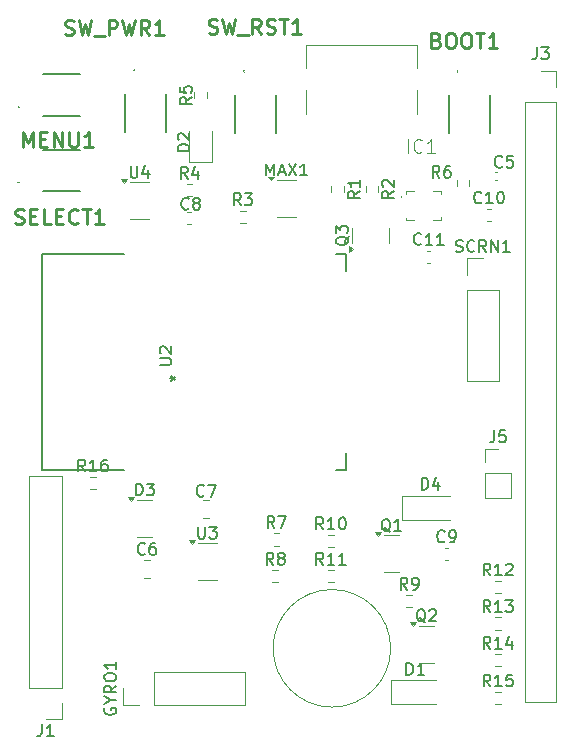
<source format=gbr>
%TF.GenerationSoftware,KiCad,Pcbnew,9.0.1*%
%TF.CreationDate,2025-05-18T16:35:05-05:00*%
%TF.ProjectId,OM-60-Rigid-PCB,4f4d2d36-302d-4526-9967-69642d504342,rev?*%
%TF.SameCoordinates,Original*%
%TF.FileFunction,Legend,Top*%
%TF.FilePolarity,Positive*%
%FSLAX46Y46*%
G04 Gerber Fmt 4.6, Leading zero omitted, Abs format (unit mm)*
G04 Created by KiCad (PCBNEW 9.0.1) date 2025-05-18 16:35:05*
%MOMM*%
%LPD*%
G01*
G04 APERTURE LIST*
%ADD10C,0.100000*%
%ADD11C,0.101600*%
%ADD12C,0.150000*%
%ADD13C,0.254000*%
%ADD14C,0.120000*%
%ADD15C,0.200000*%
%ADD16C,0.152400*%
G04 APERTURE END LIST*
D10*
X145500000Y-109400000D02*
G75*
G02*
X135546106Y-109400000I-4976947J0D01*
G01*
X135546106Y-109400000D02*
G75*
G02*
X145500000Y-109400000I4976947J0D01*
G01*
D11*
X146934419Y-67435240D02*
X146934419Y-66266840D01*
X148158457Y-67323963D02*
X148102819Y-67379602D01*
X148102819Y-67379602D02*
X147935905Y-67435240D01*
X147935905Y-67435240D02*
X147824629Y-67435240D01*
X147824629Y-67435240D02*
X147657714Y-67379602D01*
X147657714Y-67379602D02*
X147546438Y-67268325D01*
X147546438Y-67268325D02*
X147490800Y-67157049D01*
X147490800Y-67157049D02*
X147435162Y-66934497D01*
X147435162Y-66934497D02*
X147435162Y-66767582D01*
X147435162Y-66767582D02*
X147490800Y-66545030D01*
X147490800Y-66545030D02*
X147546438Y-66433754D01*
X147546438Y-66433754D02*
X147657714Y-66322478D01*
X147657714Y-66322478D02*
X147824629Y-66266840D01*
X147824629Y-66266840D02*
X147935905Y-66266840D01*
X147935905Y-66266840D02*
X148102819Y-66322478D01*
X148102819Y-66322478D02*
X148158457Y-66378116D01*
X149271219Y-67435240D02*
X148603562Y-67435240D01*
X148937390Y-67435240D02*
X148937390Y-66266840D01*
X148937390Y-66266840D02*
X148826114Y-66433754D01*
X148826114Y-66433754D02*
X148714838Y-66545030D01*
X148714838Y-66545030D02*
X148603562Y-66600668D01*
D12*
X119632142Y-94424819D02*
X119298809Y-93948628D01*
X119060714Y-94424819D02*
X119060714Y-93424819D01*
X119060714Y-93424819D02*
X119441666Y-93424819D01*
X119441666Y-93424819D02*
X119536904Y-93472438D01*
X119536904Y-93472438D02*
X119584523Y-93520057D01*
X119584523Y-93520057D02*
X119632142Y-93615295D01*
X119632142Y-93615295D02*
X119632142Y-93758152D01*
X119632142Y-93758152D02*
X119584523Y-93853390D01*
X119584523Y-93853390D02*
X119536904Y-93901009D01*
X119536904Y-93901009D02*
X119441666Y-93948628D01*
X119441666Y-93948628D02*
X119060714Y-93948628D01*
X120584523Y-94424819D02*
X120013095Y-94424819D01*
X120298809Y-94424819D02*
X120298809Y-93424819D01*
X120298809Y-93424819D02*
X120203571Y-93567676D01*
X120203571Y-93567676D02*
X120108333Y-93662914D01*
X120108333Y-93662914D02*
X120013095Y-93710533D01*
X121441666Y-93424819D02*
X121251190Y-93424819D01*
X121251190Y-93424819D02*
X121155952Y-93472438D01*
X121155952Y-93472438D02*
X121108333Y-93520057D01*
X121108333Y-93520057D02*
X121013095Y-93662914D01*
X121013095Y-93662914D02*
X120965476Y-93853390D01*
X120965476Y-93853390D02*
X120965476Y-94234342D01*
X120965476Y-94234342D02*
X121013095Y-94329580D01*
X121013095Y-94329580D02*
X121060714Y-94377200D01*
X121060714Y-94377200D02*
X121155952Y-94424819D01*
X121155952Y-94424819D02*
X121346428Y-94424819D01*
X121346428Y-94424819D02*
X121441666Y-94377200D01*
X121441666Y-94377200D02*
X121489285Y-94329580D01*
X121489285Y-94329580D02*
X121536904Y-94234342D01*
X121536904Y-94234342D02*
X121536904Y-93996247D01*
X121536904Y-93996247D02*
X121489285Y-93901009D01*
X121489285Y-93901009D02*
X121441666Y-93853390D01*
X121441666Y-93853390D02*
X121346428Y-93805771D01*
X121346428Y-93805771D02*
X121155952Y-93805771D01*
X121155952Y-93805771D02*
X121060714Y-93853390D01*
X121060714Y-93853390D02*
X121013095Y-93901009D01*
X121013095Y-93901009D02*
X120965476Y-93996247D01*
X115966666Y-115834819D02*
X115966666Y-116549104D01*
X115966666Y-116549104D02*
X115919047Y-116691961D01*
X115919047Y-116691961D02*
X115823809Y-116787200D01*
X115823809Y-116787200D02*
X115680952Y-116834819D01*
X115680952Y-116834819D02*
X115585714Y-116834819D01*
X116966666Y-116834819D02*
X116395238Y-116834819D01*
X116680952Y-116834819D02*
X116680952Y-115834819D01*
X116680952Y-115834819D02*
X116585714Y-115977676D01*
X116585714Y-115977676D02*
X116490476Y-116072914D01*
X116490476Y-116072914D02*
X116395238Y-116120533D01*
D13*
X113700475Y-73413842D02*
X113881904Y-73474318D01*
X113881904Y-73474318D02*
X114184285Y-73474318D01*
X114184285Y-73474318D02*
X114305237Y-73413842D01*
X114305237Y-73413842D02*
X114365713Y-73353365D01*
X114365713Y-73353365D02*
X114426190Y-73232413D01*
X114426190Y-73232413D02*
X114426190Y-73111461D01*
X114426190Y-73111461D02*
X114365713Y-72990508D01*
X114365713Y-72990508D02*
X114305237Y-72930032D01*
X114305237Y-72930032D02*
X114184285Y-72869556D01*
X114184285Y-72869556D02*
X113942380Y-72809080D01*
X113942380Y-72809080D02*
X113821428Y-72748603D01*
X113821428Y-72748603D02*
X113760951Y-72688127D01*
X113760951Y-72688127D02*
X113700475Y-72567175D01*
X113700475Y-72567175D02*
X113700475Y-72446222D01*
X113700475Y-72446222D02*
X113760951Y-72325270D01*
X113760951Y-72325270D02*
X113821428Y-72264794D01*
X113821428Y-72264794D02*
X113942380Y-72204318D01*
X113942380Y-72204318D02*
X114244761Y-72204318D01*
X114244761Y-72204318D02*
X114426190Y-72264794D01*
X114970475Y-72809080D02*
X115393809Y-72809080D01*
X115575237Y-73474318D02*
X114970475Y-73474318D01*
X114970475Y-73474318D02*
X114970475Y-72204318D01*
X114970475Y-72204318D02*
X115575237Y-72204318D01*
X116724285Y-73474318D02*
X116119523Y-73474318D01*
X116119523Y-73474318D02*
X116119523Y-72204318D01*
X117147618Y-72809080D02*
X117570952Y-72809080D01*
X117752380Y-73474318D02*
X117147618Y-73474318D01*
X117147618Y-73474318D02*
X117147618Y-72204318D01*
X117147618Y-72204318D02*
X117752380Y-72204318D01*
X119022381Y-73353365D02*
X118961905Y-73413842D01*
X118961905Y-73413842D02*
X118780476Y-73474318D01*
X118780476Y-73474318D02*
X118659524Y-73474318D01*
X118659524Y-73474318D02*
X118478095Y-73413842D01*
X118478095Y-73413842D02*
X118357143Y-73292889D01*
X118357143Y-73292889D02*
X118296666Y-73171937D01*
X118296666Y-73171937D02*
X118236190Y-72930032D01*
X118236190Y-72930032D02*
X118236190Y-72748603D01*
X118236190Y-72748603D02*
X118296666Y-72506699D01*
X118296666Y-72506699D02*
X118357143Y-72385746D01*
X118357143Y-72385746D02*
X118478095Y-72264794D01*
X118478095Y-72264794D02*
X118659524Y-72204318D01*
X118659524Y-72204318D02*
X118780476Y-72204318D01*
X118780476Y-72204318D02*
X118961905Y-72264794D01*
X118961905Y-72264794D02*
X119022381Y-72325270D01*
X119385238Y-72204318D02*
X120110952Y-72204318D01*
X119748095Y-73474318D02*
X119748095Y-72204318D01*
X121199524Y-73474318D02*
X120473809Y-73474318D01*
X120836666Y-73474318D02*
X120836666Y-72204318D01*
X120836666Y-72204318D02*
X120715714Y-72385746D01*
X120715714Y-72385746D02*
X120594762Y-72506699D01*
X120594762Y-72506699D02*
X120473809Y-72567175D01*
X130099285Y-57313842D02*
X130280714Y-57374318D01*
X130280714Y-57374318D02*
X130583095Y-57374318D01*
X130583095Y-57374318D02*
X130704047Y-57313842D01*
X130704047Y-57313842D02*
X130764523Y-57253365D01*
X130764523Y-57253365D02*
X130825000Y-57132413D01*
X130825000Y-57132413D02*
X130825000Y-57011461D01*
X130825000Y-57011461D02*
X130764523Y-56890508D01*
X130764523Y-56890508D02*
X130704047Y-56830032D01*
X130704047Y-56830032D02*
X130583095Y-56769556D01*
X130583095Y-56769556D02*
X130341190Y-56709080D01*
X130341190Y-56709080D02*
X130220238Y-56648603D01*
X130220238Y-56648603D02*
X130159761Y-56588127D01*
X130159761Y-56588127D02*
X130099285Y-56467175D01*
X130099285Y-56467175D02*
X130099285Y-56346222D01*
X130099285Y-56346222D02*
X130159761Y-56225270D01*
X130159761Y-56225270D02*
X130220238Y-56164794D01*
X130220238Y-56164794D02*
X130341190Y-56104318D01*
X130341190Y-56104318D02*
X130643571Y-56104318D01*
X130643571Y-56104318D02*
X130825000Y-56164794D01*
X131248333Y-56104318D02*
X131550714Y-57374318D01*
X131550714Y-57374318D02*
X131792619Y-56467175D01*
X131792619Y-56467175D02*
X132034524Y-57374318D01*
X132034524Y-57374318D02*
X132336905Y-56104318D01*
X132518334Y-57495270D02*
X133485953Y-57495270D01*
X134514048Y-57374318D02*
X134090714Y-56769556D01*
X133788333Y-57374318D02*
X133788333Y-56104318D01*
X133788333Y-56104318D02*
X134272143Y-56104318D01*
X134272143Y-56104318D02*
X134393095Y-56164794D01*
X134393095Y-56164794D02*
X134453572Y-56225270D01*
X134453572Y-56225270D02*
X134514048Y-56346222D01*
X134514048Y-56346222D02*
X134514048Y-56527651D01*
X134514048Y-56527651D02*
X134453572Y-56648603D01*
X134453572Y-56648603D02*
X134393095Y-56709080D01*
X134393095Y-56709080D02*
X134272143Y-56769556D01*
X134272143Y-56769556D02*
X133788333Y-56769556D01*
X134997857Y-57313842D02*
X135179286Y-57374318D01*
X135179286Y-57374318D02*
X135481667Y-57374318D01*
X135481667Y-57374318D02*
X135602619Y-57313842D01*
X135602619Y-57313842D02*
X135663095Y-57253365D01*
X135663095Y-57253365D02*
X135723572Y-57132413D01*
X135723572Y-57132413D02*
X135723572Y-57011461D01*
X135723572Y-57011461D02*
X135663095Y-56890508D01*
X135663095Y-56890508D02*
X135602619Y-56830032D01*
X135602619Y-56830032D02*
X135481667Y-56769556D01*
X135481667Y-56769556D02*
X135239762Y-56709080D01*
X135239762Y-56709080D02*
X135118810Y-56648603D01*
X135118810Y-56648603D02*
X135058333Y-56588127D01*
X135058333Y-56588127D02*
X134997857Y-56467175D01*
X134997857Y-56467175D02*
X134997857Y-56346222D01*
X134997857Y-56346222D02*
X135058333Y-56225270D01*
X135058333Y-56225270D02*
X135118810Y-56164794D01*
X135118810Y-56164794D02*
X135239762Y-56104318D01*
X135239762Y-56104318D02*
X135542143Y-56104318D01*
X135542143Y-56104318D02*
X135723572Y-56164794D01*
X136086429Y-56104318D02*
X136812143Y-56104318D01*
X136449286Y-57374318D02*
X136449286Y-56104318D01*
X137900715Y-57374318D02*
X137175000Y-57374318D01*
X137537857Y-57374318D02*
X137537857Y-56104318D01*
X137537857Y-56104318D02*
X137416905Y-56285746D01*
X137416905Y-56285746D02*
X137295953Y-56406699D01*
X137295953Y-56406699D02*
X137175000Y-56467175D01*
X117927142Y-57413842D02*
X118108571Y-57474318D01*
X118108571Y-57474318D02*
X118410952Y-57474318D01*
X118410952Y-57474318D02*
X118531904Y-57413842D01*
X118531904Y-57413842D02*
X118592380Y-57353365D01*
X118592380Y-57353365D02*
X118652857Y-57232413D01*
X118652857Y-57232413D02*
X118652857Y-57111461D01*
X118652857Y-57111461D02*
X118592380Y-56990508D01*
X118592380Y-56990508D02*
X118531904Y-56930032D01*
X118531904Y-56930032D02*
X118410952Y-56869556D01*
X118410952Y-56869556D02*
X118169047Y-56809080D01*
X118169047Y-56809080D02*
X118048095Y-56748603D01*
X118048095Y-56748603D02*
X117987618Y-56688127D01*
X117987618Y-56688127D02*
X117927142Y-56567175D01*
X117927142Y-56567175D02*
X117927142Y-56446222D01*
X117927142Y-56446222D02*
X117987618Y-56325270D01*
X117987618Y-56325270D02*
X118048095Y-56264794D01*
X118048095Y-56264794D02*
X118169047Y-56204318D01*
X118169047Y-56204318D02*
X118471428Y-56204318D01*
X118471428Y-56204318D02*
X118652857Y-56264794D01*
X119076190Y-56204318D02*
X119378571Y-57474318D01*
X119378571Y-57474318D02*
X119620476Y-56567175D01*
X119620476Y-56567175D02*
X119862381Y-57474318D01*
X119862381Y-57474318D02*
X120164762Y-56204318D01*
X120346191Y-57595270D02*
X121313810Y-57595270D01*
X121616190Y-57474318D02*
X121616190Y-56204318D01*
X121616190Y-56204318D02*
X122100000Y-56204318D01*
X122100000Y-56204318D02*
X122220952Y-56264794D01*
X122220952Y-56264794D02*
X122281429Y-56325270D01*
X122281429Y-56325270D02*
X122341905Y-56446222D01*
X122341905Y-56446222D02*
X122341905Y-56627651D01*
X122341905Y-56627651D02*
X122281429Y-56748603D01*
X122281429Y-56748603D02*
X122220952Y-56809080D01*
X122220952Y-56809080D02*
X122100000Y-56869556D01*
X122100000Y-56869556D02*
X121616190Y-56869556D01*
X122765238Y-56204318D02*
X123067619Y-57474318D01*
X123067619Y-57474318D02*
X123309524Y-56567175D01*
X123309524Y-56567175D02*
X123551429Y-57474318D01*
X123551429Y-57474318D02*
X123853810Y-56204318D01*
X125063334Y-57474318D02*
X124640000Y-56869556D01*
X124337619Y-57474318D02*
X124337619Y-56204318D01*
X124337619Y-56204318D02*
X124821429Y-56204318D01*
X124821429Y-56204318D02*
X124942381Y-56264794D01*
X124942381Y-56264794D02*
X125002858Y-56325270D01*
X125002858Y-56325270D02*
X125063334Y-56446222D01*
X125063334Y-56446222D02*
X125063334Y-56627651D01*
X125063334Y-56627651D02*
X125002858Y-56748603D01*
X125002858Y-56748603D02*
X124942381Y-56809080D01*
X124942381Y-56809080D02*
X124821429Y-56869556D01*
X124821429Y-56869556D02*
X124337619Y-56869556D01*
X126272858Y-57474318D02*
X125547143Y-57474318D01*
X125910000Y-57474318D02*
X125910000Y-56204318D01*
X125910000Y-56204318D02*
X125789048Y-56385746D01*
X125789048Y-56385746D02*
X125668096Y-56506699D01*
X125668096Y-56506699D02*
X125547143Y-56567175D01*
X114366904Y-66974318D02*
X114366904Y-65704318D01*
X114366904Y-65704318D02*
X114790238Y-66611461D01*
X114790238Y-66611461D02*
X115213571Y-65704318D01*
X115213571Y-65704318D02*
X115213571Y-66974318D01*
X115818333Y-66309080D02*
X116241667Y-66309080D01*
X116423095Y-66974318D02*
X115818333Y-66974318D01*
X115818333Y-66974318D02*
X115818333Y-65704318D01*
X115818333Y-65704318D02*
X116423095Y-65704318D01*
X116967381Y-66974318D02*
X116967381Y-65704318D01*
X116967381Y-65704318D02*
X117693096Y-66974318D01*
X117693096Y-66974318D02*
X117693096Y-65704318D01*
X118297857Y-65704318D02*
X118297857Y-66732413D01*
X118297857Y-66732413D02*
X118358334Y-66853365D01*
X118358334Y-66853365D02*
X118418810Y-66913842D01*
X118418810Y-66913842D02*
X118539762Y-66974318D01*
X118539762Y-66974318D02*
X118781667Y-66974318D01*
X118781667Y-66974318D02*
X118902619Y-66913842D01*
X118902619Y-66913842D02*
X118963096Y-66853365D01*
X118963096Y-66853365D02*
X119023572Y-66732413D01*
X119023572Y-66732413D02*
X119023572Y-65704318D01*
X120293572Y-66974318D02*
X119567857Y-66974318D01*
X119930714Y-66974318D02*
X119930714Y-65704318D01*
X119930714Y-65704318D02*
X119809762Y-65885746D01*
X119809762Y-65885746D02*
X119688810Y-66006699D01*
X119688810Y-66006699D02*
X119567857Y-66067175D01*
X149371667Y-57909080D02*
X149553095Y-57969556D01*
X149553095Y-57969556D02*
X149613572Y-58030032D01*
X149613572Y-58030032D02*
X149674048Y-58150984D01*
X149674048Y-58150984D02*
X149674048Y-58332413D01*
X149674048Y-58332413D02*
X149613572Y-58453365D01*
X149613572Y-58453365D02*
X149553095Y-58513842D01*
X149553095Y-58513842D02*
X149432143Y-58574318D01*
X149432143Y-58574318D02*
X148948333Y-58574318D01*
X148948333Y-58574318D02*
X148948333Y-57304318D01*
X148948333Y-57304318D02*
X149371667Y-57304318D01*
X149371667Y-57304318D02*
X149492619Y-57364794D01*
X149492619Y-57364794D02*
X149553095Y-57425270D01*
X149553095Y-57425270D02*
X149613572Y-57546222D01*
X149613572Y-57546222D02*
X149613572Y-57667175D01*
X149613572Y-57667175D02*
X149553095Y-57788127D01*
X149553095Y-57788127D02*
X149492619Y-57848603D01*
X149492619Y-57848603D02*
X149371667Y-57909080D01*
X149371667Y-57909080D02*
X148948333Y-57909080D01*
X150460238Y-57304318D02*
X150702143Y-57304318D01*
X150702143Y-57304318D02*
X150823095Y-57364794D01*
X150823095Y-57364794D02*
X150944048Y-57485746D01*
X150944048Y-57485746D02*
X151004524Y-57727651D01*
X151004524Y-57727651D02*
X151004524Y-58150984D01*
X151004524Y-58150984D02*
X150944048Y-58392889D01*
X150944048Y-58392889D02*
X150823095Y-58513842D01*
X150823095Y-58513842D02*
X150702143Y-58574318D01*
X150702143Y-58574318D02*
X150460238Y-58574318D01*
X150460238Y-58574318D02*
X150339286Y-58513842D01*
X150339286Y-58513842D02*
X150218333Y-58392889D01*
X150218333Y-58392889D02*
X150157857Y-58150984D01*
X150157857Y-58150984D02*
X150157857Y-57727651D01*
X150157857Y-57727651D02*
X150218333Y-57485746D01*
X150218333Y-57485746D02*
X150339286Y-57364794D01*
X150339286Y-57364794D02*
X150460238Y-57304318D01*
X151790714Y-57304318D02*
X152032619Y-57304318D01*
X152032619Y-57304318D02*
X152153571Y-57364794D01*
X152153571Y-57364794D02*
X152274524Y-57485746D01*
X152274524Y-57485746D02*
X152335000Y-57727651D01*
X152335000Y-57727651D02*
X152335000Y-58150984D01*
X152335000Y-58150984D02*
X152274524Y-58392889D01*
X152274524Y-58392889D02*
X152153571Y-58513842D01*
X152153571Y-58513842D02*
X152032619Y-58574318D01*
X152032619Y-58574318D02*
X151790714Y-58574318D01*
X151790714Y-58574318D02*
X151669762Y-58513842D01*
X151669762Y-58513842D02*
X151548809Y-58392889D01*
X151548809Y-58392889D02*
X151488333Y-58150984D01*
X151488333Y-58150984D02*
X151488333Y-57727651D01*
X151488333Y-57727651D02*
X151548809Y-57485746D01*
X151548809Y-57485746D02*
X151669762Y-57364794D01*
X151669762Y-57364794D02*
X151790714Y-57304318D01*
X152697857Y-57304318D02*
X153423571Y-57304318D01*
X153060714Y-58574318D02*
X153060714Y-57304318D01*
X154512143Y-58574318D02*
X153786428Y-58574318D01*
X154149285Y-58574318D02*
X154149285Y-57304318D01*
X154149285Y-57304318D02*
X154028333Y-57485746D01*
X154028333Y-57485746D02*
X153907381Y-57606699D01*
X153907381Y-57606699D02*
X153786428Y-57667175D01*
D12*
X123475595Y-68554819D02*
X123475595Y-69364342D01*
X123475595Y-69364342D02*
X123523214Y-69459580D01*
X123523214Y-69459580D02*
X123570833Y-69507200D01*
X123570833Y-69507200D02*
X123666071Y-69554819D01*
X123666071Y-69554819D02*
X123856547Y-69554819D01*
X123856547Y-69554819D02*
X123951785Y-69507200D01*
X123951785Y-69507200D02*
X123999404Y-69459580D01*
X123999404Y-69459580D02*
X124047023Y-69364342D01*
X124047023Y-69364342D02*
X124047023Y-68554819D01*
X124951785Y-68888152D02*
X124951785Y-69554819D01*
X124713690Y-68507200D02*
X124475595Y-69221485D01*
X124475595Y-69221485D02*
X125094642Y-69221485D01*
X129200595Y-99104819D02*
X129200595Y-99914342D01*
X129200595Y-99914342D02*
X129248214Y-100009580D01*
X129248214Y-100009580D02*
X129295833Y-100057200D01*
X129295833Y-100057200D02*
X129391071Y-100104819D01*
X129391071Y-100104819D02*
X129581547Y-100104819D01*
X129581547Y-100104819D02*
X129676785Y-100057200D01*
X129676785Y-100057200D02*
X129724404Y-100009580D01*
X129724404Y-100009580D02*
X129772023Y-99914342D01*
X129772023Y-99914342D02*
X129772023Y-99104819D01*
X130152976Y-99104819D02*
X130772023Y-99104819D01*
X130772023Y-99104819D02*
X130438690Y-99485771D01*
X130438690Y-99485771D02*
X130581547Y-99485771D01*
X130581547Y-99485771D02*
X130676785Y-99533390D01*
X130676785Y-99533390D02*
X130724404Y-99581009D01*
X130724404Y-99581009D02*
X130772023Y-99676247D01*
X130772023Y-99676247D02*
X130772023Y-99914342D01*
X130772023Y-99914342D02*
X130724404Y-100009580D01*
X130724404Y-100009580D02*
X130676785Y-100057200D01*
X130676785Y-100057200D02*
X130581547Y-100104819D01*
X130581547Y-100104819D02*
X130295833Y-100104819D01*
X130295833Y-100104819D02*
X130200595Y-100057200D01*
X130200595Y-100057200D02*
X130152976Y-100009580D01*
X153932142Y-112624819D02*
X153598809Y-112148628D01*
X153360714Y-112624819D02*
X153360714Y-111624819D01*
X153360714Y-111624819D02*
X153741666Y-111624819D01*
X153741666Y-111624819D02*
X153836904Y-111672438D01*
X153836904Y-111672438D02*
X153884523Y-111720057D01*
X153884523Y-111720057D02*
X153932142Y-111815295D01*
X153932142Y-111815295D02*
X153932142Y-111958152D01*
X153932142Y-111958152D02*
X153884523Y-112053390D01*
X153884523Y-112053390D02*
X153836904Y-112101009D01*
X153836904Y-112101009D02*
X153741666Y-112148628D01*
X153741666Y-112148628D02*
X153360714Y-112148628D01*
X154884523Y-112624819D02*
X154313095Y-112624819D01*
X154598809Y-112624819D02*
X154598809Y-111624819D01*
X154598809Y-111624819D02*
X154503571Y-111767676D01*
X154503571Y-111767676D02*
X154408333Y-111862914D01*
X154408333Y-111862914D02*
X154313095Y-111910533D01*
X155789285Y-111624819D02*
X155313095Y-111624819D01*
X155313095Y-111624819D02*
X155265476Y-112101009D01*
X155265476Y-112101009D02*
X155313095Y-112053390D01*
X155313095Y-112053390D02*
X155408333Y-112005771D01*
X155408333Y-112005771D02*
X155646428Y-112005771D01*
X155646428Y-112005771D02*
X155741666Y-112053390D01*
X155741666Y-112053390D02*
X155789285Y-112101009D01*
X155789285Y-112101009D02*
X155836904Y-112196247D01*
X155836904Y-112196247D02*
X155836904Y-112434342D01*
X155836904Y-112434342D02*
X155789285Y-112529580D01*
X155789285Y-112529580D02*
X155741666Y-112577200D01*
X155741666Y-112577200D02*
X155646428Y-112624819D01*
X155646428Y-112624819D02*
X155408333Y-112624819D01*
X155408333Y-112624819D02*
X155313095Y-112577200D01*
X155313095Y-112577200D02*
X155265476Y-112529580D01*
X153932142Y-109424819D02*
X153598809Y-108948628D01*
X153360714Y-109424819D02*
X153360714Y-108424819D01*
X153360714Y-108424819D02*
X153741666Y-108424819D01*
X153741666Y-108424819D02*
X153836904Y-108472438D01*
X153836904Y-108472438D02*
X153884523Y-108520057D01*
X153884523Y-108520057D02*
X153932142Y-108615295D01*
X153932142Y-108615295D02*
X153932142Y-108758152D01*
X153932142Y-108758152D02*
X153884523Y-108853390D01*
X153884523Y-108853390D02*
X153836904Y-108901009D01*
X153836904Y-108901009D02*
X153741666Y-108948628D01*
X153741666Y-108948628D02*
X153360714Y-108948628D01*
X154884523Y-109424819D02*
X154313095Y-109424819D01*
X154598809Y-109424819D02*
X154598809Y-108424819D01*
X154598809Y-108424819D02*
X154503571Y-108567676D01*
X154503571Y-108567676D02*
X154408333Y-108662914D01*
X154408333Y-108662914D02*
X154313095Y-108710533D01*
X155741666Y-108758152D02*
X155741666Y-109424819D01*
X155503571Y-108377200D02*
X155265476Y-109091485D01*
X155265476Y-109091485D02*
X155884523Y-109091485D01*
X153932142Y-106324819D02*
X153598809Y-105848628D01*
X153360714Y-106324819D02*
X153360714Y-105324819D01*
X153360714Y-105324819D02*
X153741666Y-105324819D01*
X153741666Y-105324819D02*
X153836904Y-105372438D01*
X153836904Y-105372438D02*
X153884523Y-105420057D01*
X153884523Y-105420057D02*
X153932142Y-105515295D01*
X153932142Y-105515295D02*
X153932142Y-105658152D01*
X153932142Y-105658152D02*
X153884523Y-105753390D01*
X153884523Y-105753390D02*
X153836904Y-105801009D01*
X153836904Y-105801009D02*
X153741666Y-105848628D01*
X153741666Y-105848628D02*
X153360714Y-105848628D01*
X154884523Y-106324819D02*
X154313095Y-106324819D01*
X154598809Y-106324819D02*
X154598809Y-105324819D01*
X154598809Y-105324819D02*
X154503571Y-105467676D01*
X154503571Y-105467676D02*
X154408333Y-105562914D01*
X154408333Y-105562914D02*
X154313095Y-105610533D01*
X155217857Y-105324819D02*
X155836904Y-105324819D01*
X155836904Y-105324819D02*
X155503571Y-105705771D01*
X155503571Y-105705771D02*
X155646428Y-105705771D01*
X155646428Y-105705771D02*
X155741666Y-105753390D01*
X155741666Y-105753390D02*
X155789285Y-105801009D01*
X155789285Y-105801009D02*
X155836904Y-105896247D01*
X155836904Y-105896247D02*
X155836904Y-106134342D01*
X155836904Y-106134342D02*
X155789285Y-106229580D01*
X155789285Y-106229580D02*
X155741666Y-106277200D01*
X155741666Y-106277200D02*
X155646428Y-106324819D01*
X155646428Y-106324819D02*
X155360714Y-106324819D01*
X155360714Y-106324819D02*
X155265476Y-106277200D01*
X155265476Y-106277200D02*
X155217857Y-106229580D01*
X153932142Y-103224819D02*
X153598809Y-102748628D01*
X153360714Y-103224819D02*
X153360714Y-102224819D01*
X153360714Y-102224819D02*
X153741666Y-102224819D01*
X153741666Y-102224819D02*
X153836904Y-102272438D01*
X153836904Y-102272438D02*
X153884523Y-102320057D01*
X153884523Y-102320057D02*
X153932142Y-102415295D01*
X153932142Y-102415295D02*
X153932142Y-102558152D01*
X153932142Y-102558152D02*
X153884523Y-102653390D01*
X153884523Y-102653390D02*
X153836904Y-102701009D01*
X153836904Y-102701009D02*
X153741666Y-102748628D01*
X153741666Y-102748628D02*
X153360714Y-102748628D01*
X154884523Y-103224819D02*
X154313095Y-103224819D01*
X154598809Y-103224819D02*
X154598809Y-102224819D01*
X154598809Y-102224819D02*
X154503571Y-102367676D01*
X154503571Y-102367676D02*
X154408333Y-102462914D01*
X154408333Y-102462914D02*
X154313095Y-102510533D01*
X155265476Y-102320057D02*
X155313095Y-102272438D01*
X155313095Y-102272438D02*
X155408333Y-102224819D01*
X155408333Y-102224819D02*
X155646428Y-102224819D01*
X155646428Y-102224819D02*
X155741666Y-102272438D01*
X155741666Y-102272438D02*
X155789285Y-102320057D01*
X155789285Y-102320057D02*
X155836904Y-102415295D01*
X155836904Y-102415295D02*
X155836904Y-102510533D01*
X155836904Y-102510533D02*
X155789285Y-102653390D01*
X155789285Y-102653390D02*
X155217857Y-103224819D01*
X155217857Y-103224819D02*
X155836904Y-103224819D01*
X139782142Y-102324819D02*
X139448809Y-101848628D01*
X139210714Y-102324819D02*
X139210714Y-101324819D01*
X139210714Y-101324819D02*
X139591666Y-101324819D01*
X139591666Y-101324819D02*
X139686904Y-101372438D01*
X139686904Y-101372438D02*
X139734523Y-101420057D01*
X139734523Y-101420057D02*
X139782142Y-101515295D01*
X139782142Y-101515295D02*
X139782142Y-101658152D01*
X139782142Y-101658152D02*
X139734523Y-101753390D01*
X139734523Y-101753390D02*
X139686904Y-101801009D01*
X139686904Y-101801009D02*
X139591666Y-101848628D01*
X139591666Y-101848628D02*
X139210714Y-101848628D01*
X140734523Y-102324819D02*
X140163095Y-102324819D01*
X140448809Y-102324819D02*
X140448809Y-101324819D01*
X140448809Y-101324819D02*
X140353571Y-101467676D01*
X140353571Y-101467676D02*
X140258333Y-101562914D01*
X140258333Y-101562914D02*
X140163095Y-101610533D01*
X141686904Y-102324819D02*
X141115476Y-102324819D01*
X141401190Y-102324819D02*
X141401190Y-101324819D01*
X141401190Y-101324819D02*
X141305952Y-101467676D01*
X141305952Y-101467676D02*
X141210714Y-101562914D01*
X141210714Y-101562914D02*
X141115476Y-101610533D01*
X139782142Y-99324819D02*
X139448809Y-98848628D01*
X139210714Y-99324819D02*
X139210714Y-98324819D01*
X139210714Y-98324819D02*
X139591666Y-98324819D01*
X139591666Y-98324819D02*
X139686904Y-98372438D01*
X139686904Y-98372438D02*
X139734523Y-98420057D01*
X139734523Y-98420057D02*
X139782142Y-98515295D01*
X139782142Y-98515295D02*
X139782142Y-98658152D01*
X139782142Y-98658152D02*
X139734523Y-98753390D01*
X139734523Y-98753390D02*
X139686904Y-98801009D01*
X139686904Y-98801009D02*
X139591666Y-98848628D01*
X139591666Y-98848628D02*
X139210714Y-98848628D01*
X140734523Y-99324819D02*
X140163095Y-99324819D01*
X140448809Y-99324819D02*
X140448809Y-98324819D01*
X140448809Y-98324819D02*
X140353571Y-98467676D01*
X140353571Y-98467676D02*
X140258333Y-98562914D01*
X140258333Y-98562914D02*
X140163095Y-98610533D01*
X141353571Y-98324819D02*
X141448809Y-98324819D01*
X141448809Y-98324819D02*
X141544047Y-98372438D01*
X141544047Y-98372438D02*
X141591666Y-98420057D01*
X141591666Y-98420057D02*
X141639285Y-98515295D01*
X141639285Y-98515295D02*
X141686904Y-98705771D01*
X141686904Y-98705771D02*
X141686904Y-98943866D01*
X141686904Y-98943866D02*
X141639285Y-99134342D01*
X141639285Y-99134342D02*
X141591666Y-99229580D01*
X141591666Y-99229580D02*
X141544047Y-99277200D01*
X141544047Y-99277200D02*
X141448809Y-99324819D01*
X141448809Y-99324819D02*
X141353571Y-99324819D01*
X141353571Y-99324819D02*
X141258333Y-99277200D01*
X141258333Y-99277200D02*
X141210714Y-99229580D01*
X141210714Y-99229580D02*
X141163095Y-99134342D01*
X141163095Y-99134342D02*
X141115476Y-98943866D01*
X141115476Y-98943866D02*
X141115476Y-98705771D01*
X141115476Y-98705771D02*
X141163095Y-98515295D01*
X141163095Y-98515295D02*
X141210714Y-98420057D01*
X141210714Y-98420057D02*
X141258333Y-98372438D01*
X141258333Y-98372438D02*
X141353571Y-98324819D01*
X146908333Y-104424819D02*
X146575000Y-103948628D01*
X146336905Y-104424819D02*
X146336905Y-103424819D01*
X146336905Y-103424819D02*
X146717857Y-103424819D01*
X146717857Y-103424819D02*
X146813095Y-103472438D01*
X146813095Y-103472438D02*
X146860714Y-103520057D01*
X146860714Y-103520057D02*
X146908333Y-103615295D01*
X146908333Y-103615295D02*
X146908333Y-103758152D01*
X146908333Y-103758152D02*
X146860714Y-103853390D01*
X146860714Y-103853390D02*
X146813095Y-103901009D01*
X146813095Y-103901009D02*
X146717857Y-103948628D01*
X146717857Y-103948628D02*
X146336905Y-103948628D01*
X147384524Y-104424819D02*
X147575000Y-104424819D01*
X147575000Y-104424819D02*
X147670238Y-104377200D01*
X147670238Y-104377200D02*
X147717857Y-104329580D01*
X147717857Y-104329580D02*
X147813095Y-104186723D01*
X147813095Y-104186723D02*
X147860714Y-103996247D01*
X147860714Y-103996247D02*
X147860714Y-103615295D01*
X147860714Y-103615295D02*
X147813095Y-103520057D01*
X147813095Y-103520057D02*
X147765476Y-103472438D01*
X147765476Y-103472438D02*
X147670238Y-103424819D01*
X147670238Y-103424819D02*
X147479762Y-103424819D01*
X147479762Y-103424819D02*
X147384524Y-103472438D01*
X147384524Y-103472438D02*
X147336905Y-103520057D01*
X147336905Y-103520057D02*
X147289286Y-103615295D01*
X147289286Y-103615295D02*
X147289286Y-103853390D01*
X147289286Y-103853390D02*
X147336905Y-103948628D01*
X147336905Y-103948628D02*
X147384524Y-103996247D01*
X147384524Y-103996247D02*
X147479762Y-104043866D01*
X147479762Y-104043866D02*
X147670238Y-104043866D01*
X147670238Y-104043866D02*
X147765476Y-103996247D01*
X147765476Y-103996247D02*
X147813095Y-103948628D01*
X147813095Y-103948628D02*
X147860714Y-103853390D01*
X135558333Y-102324819D02*
X135225000Y-101848628D01*
X134986905Y-102324819D02*
X134986905Y-101324819D01*
X134986905Y-101324819D02*
X135367857Y-101324819D01*
X135367857Y-101324819D02*
X135463095Y-101372438D01*
X135463095Y-101372438D02*
X135510714Y-101420057D01*
X135510714Y-101420057D02*
X135558333Y-101515295D01*
X135558333Y-101515295D02*
X135558333Y-101658152D01*
X135558333Y-101658152D02*
X135510714Y-101753390D01*
X135510714Y-101753390D02*
X135463095Y-101801009D01*
X135463095Y-101801009D02*
X135367857Y-101848628D01*
X135367857Y-101848628D02*
X134986905Y-101848628D01*
X136129762Y-101753390D02*
X136034524Y-101705771D01*
X136034524Y-101705771D02*
X135986905Y-101658152D01*
X135986905Y-101658152D02*
X135939286Y-101562914D01*
X135939286Y-101562914D02*
X135939286Y-101515295D01*
X135939286Y-101515295D02*
X135986905Y-101420057D01*
X135986905Y-101420057D02*
X136034524Y-101372438D01*
X136034524Y-101372438D02*
X136129762Y-101324819D01*
X136129762Y-101324819D02*
X136320238Y-101324819D01*
X136320238Y-101324819D02*
X136415476Y-101372438D01*
X136415476Y-101372438D02*
X136463095Y-101420057D01*
X136463095Y-101420057D02*
X136510714Y-101515295D01*
X136510714Y-101515295D02*
X136510714Y-101562914D01*
X136510714Y-101562914D02*
X136463095Y-101658152D01*
X136463095Y-101658152D02*
X136415476Y-101705771D01*
X136415476Y-101705771D02*
X136320238Y-101753390D01*
X136320238Y-101753390D02*
X136129762Y-101753390D01*
X136129762Y-101753390D02*
X136034524Y-101801009D01*
X136034524Y-101801009D02*
X135986905Y-101848628D01*
X135986905Y-101848628D02*
X135939286Y-101943866D01*
X135939286Y-101943866D02*
X135939286Y-102134342D01*
X135939286Y-102134342D02*
X135986905Y-102229580D01*
X135986905Y-102229580D02*
X136034524Y-102277200D01*
X136034524Y-102277200D02*
X136129762Y-102324819D01*
X136129762Y-102324819D02*
X136320238Y-102324819D01*
X136320238Y-102324819D02*
X136415476Y-102277200D01*
X136415476Y-102277200D02*
X136463095Y-102229580D01*
X136463095Y-102229580D02*
X136510714Y-102134342D01*
X136510714Y-102134342D02*
X136510714Y-101943866D01*
X136510714Y-101943866D02*
X136463095Y-101848628D01*
X136463095Y-101848628D02*
X136415476Y-101801009D01*
X136415476Y-101801009D02*
X136320238Y-101753390D01*
X135658333Y-99224819D02*
X135325000Y-98748628D01*
X135086905Y-99224819D02*
X135086905Y-98224819D01*
X135086905Y-98224819D02*
X135467857Y-98224819D01*
X135467857Y-98224819D02*
X135563095Y-98272438D01*
X135563095Y-98272438D02*
X135610714Y-98320057D01*
X135610714Y-98320057D02*
X135658333Y-98415295D01*
X135658333Y-98415295D02*
X135658333Y-98558152D01*
X135658333Y-98558152D02*
X135610714Y-98653390D01*
X135610714Y-98653390D02*
X135563095Y-98701009D01*
X135563095Y-98701009D02*
X135467857Y-98748628D01*
X135467857Y-98748628D02*
X135086905Y-98748628D01*
X135991667Y-98224819D02*
X136658333Y-98224819D01*
X136658333Y-98224819D02*
X136229762Y-99224819D01*
X149633333Y-69554819D02*
X149300000Y-69078628D01*
X149061905Y-69554819D02*
X149061905Y-68554819D01*
X149061905Y-68554819D02*
X149442857Y-68554819D01*
X149442857Y-68554819D02*
X149538095Y-68602438D01*
X149538095Y-68602438D02*
X149585714Y-68650057D01*
X149585714Y-68650057D02*
X149633333Y-68745295D01*
X149633333Y-68745295D02*
X149633333Y-68888152D01*
X149633333Y-68888152D02*
X149585714Y-68983390D01*
X149585714Y-68983390D02*
X149538095Y-69031009D01*
X149538095Y-69031009D02*
X149442857Y-69078628D01*
X149442857Y-69078628D02*
X149061905Y-69078628D01*
X150490476Y-68554819D02*
X150300000Y-68554819D01*
X150300000Y-68554819D02*
X150204762Y-68602438D01*
X150204762Y-68602438D02*
X150157143Y-68650057D01*
X150157143Y-68650057D02*
X150061905Y-68792914D01*
X150061905Y-68792914D02*
X150014286Y-68983390D01*
X150014286Y-68983390D02*
X150014286Y-69364342D01*
X150014286Y-69364342D02*
X150061905Y-69459580D01*
X150061905Y-69459580D02*
X150109524Y-69507200D01*
X150109524Y-69507200D02*
X150204762Y-69554819D01*
X150204762Y-69554819D02*
X150395238Y-69554819D01*
X150395238Y-69554819D02*
X150490476Y-69507200D01*
X150490476Y-69507200D02*
X150538095Y-69459580D01*
X150538095Y-69459580D02*
X150585714Y-69364342D01*
X150585714Y-69364342D02*
X150585714Y-69126247D01*
X150585714Y-69126247D02*
X150538095Y-69031009D01*
X150538095Y-69031009D02*
X150490476Y-68983390D01*
X150490476Y-68983390D02*
X150395238Y-68935771D01*
X150395238Y-68935771D02*
X150204762Y-68935771D01*
X150204762Y-68935771D02*
X150109524Y-68983390D01*
X150109524Y-68983390D02*
X150061905Y-69031009D01*
X150061905Y-69031009D02*
X150014286Y-69126247D01*
X128654819Y-62741666D02*
X128178628Y-63074999D01*
X128654819Y-63313094D02*
X127654819Y-63313094D01*
X127654819Y-63313094D02*
X127654819Y-62932142D01*
X127654819Y-62932142D02*
X127702438Y-62836904D01*
X127702438Y-62836904D02*
X127750057Y-62789285D01*
X127750057Y-62789285D02*
X127845295Y-62741666D01*
X127845295Y-62741666D02*
X127988152Y-62741666D01*
X127988152Y-62741666D02*
X128083390Y-62789285D01*
X128083390Y-62789285D02*
X128131009Y-62836904D01*
X128131009Y-62836904D02*
X128178628Y-62932142D01*
X128178628Y-62932142D02*
X128178628Y-63313094D01*
X127654819Y-61836904D02*
X127654819Y-62313094D01*
X127654819Y-62313094D02*
X128131009Y-62360713D01*
X128131009Y-62360713D02*
X128083390Y-62313094D01*
X128083390Y-62313094D02*
X128035771Y-62217856D01*
X128035771Y-62217856D02*
X128035771Y-61979761D01*
X128035771Y-61979761D02*
X128083390Y-61884523D01*
X128083390Y-61884523D02*
X128131009Y-61836904D01*
X128131009Y-61836904D02*
X128226247Y-61789285D01*
X128226247Y-61789285D02*
X128464342Y-61789285D01*
X128464342Y-61789285D02*
X128559580Y-61836904D01*
X128559580Y-61836904D02*
X128607200Y-61884523D01*
X128607200Y-61884523D02*
X128654819Y-61979761D01*
X128654819Y-61979761D02*
X128654819Y-62217856D01*
X128654819Y-62217856D02*
X128607200Y-62313094D01*
X128607200Y-62313094D02*
X128559580Y-62360713D01*
X128308333Y-69624819D02*
X127975000Y-69148628D01*
X127736905Y-69624819D02*
X127736905Y-68624819D01*
X127736905Y-68624819D02*
X128117857Y-68624819D01*
X128117857Y-68624819D02*
X128213095Y-68672438D01*
X128213095Y-68672438D02*
X128260714Y-68720057D01*
X128260714Y-68720057D02*
X128308333Y-68815295D01*
X128308333Y-68815295D02*
X128308333Y-68958152D01*
X128308333Y-68958152D02*
X128260714Y-69053390D01*
X128260714Y-69053390D02*
X128213095Y-69101009D01*
X128213095Y-69101009D02*
X128117857Y-69148628D01*
X128117857Y-69148628D02*
X127736905Y-69148628D01*
X129165476Y-68958152D02*
X129165476Y-69624819D01*
X128927381Y-68577200D02*
X128689286Y-69291485D01*
X128689286Y-69291485D02*
X129308333Y-69291485D01*
X132808333Y-71884819D02*
X132475000Y-71408628D01*
X132236905Y-71884819D02*
X132236905Y-70884819D01*
X132236905Y-70884819D02*
X132617857Y-70884819D01*
X132617857Y-70884819D02*
X132713095Y-70932438D01*
X132713095Y-70932438D02*
X132760714Y-70980057D01*
X132760714Y-70980057D02*
X132808333Y-71075295D01*
X132808333Y-71075295D02*
X132808333Y-71218152D01*
X132808333Y-71218152D02*
X132760714Y-71313390D01*
X132760714Y-71313390D02*
X132713095Y-71361009D01*
X132713095Y-71361009D02*
X132617857Y-71408628D01*
X132617857Y-71408628D02*
X132236905Y-71408628D01*
X133141667Y-70884819D02*
X133760714Y-70884819D01*
X133760714Y-70884819D02*
X133427381Y-71265771D01*
X133427381Y-71265771D02*
X133570238Y-71265771D01*
X133570238Y-71265771D02*
X133665476Y-71313390D01*
X133665476Y-71313390D02*
X133713095Y-71361009D01*
X133713095Y-71361009D02*
X133760714Y-71456247D01*
X133760714Y-71456247D02*
X133760714Y-71694342D01*
X133760714Y-71694342D02*
X133713095Y-71789580D01*
X133713095Y-71789580D02*
X133665476Y-71837200D01*
X133665476Y-71837200D02*
X133570238Y-71884819D01*
X133570238Y-71884819D02*
X133284524Y-71884819D01*
X133284524Y-71884819D02*
X133189286Y-71837200D01*
X133189286Y-71837200D02*
X133141667Y-71789580D01*
X145784819Y-70691666D02*
X145308628Y-71024999D01*
X145784819Y-71263094D02*
X144784819Y-71263094D01*
X144784819Y-71263094D02*
X144784819Y-70882142D01*
X144784819Y-70882142D02*
X144832438Y-70786904D01*
X144832438Y-70786904D02*
X144880057Y-70739285D01*
X144880057Y-70739285D02*
X144975295Y-70691666D01*
X144975295Y-70691666D02*
X145118152Y-70691666D01*
X145118152Y-70691666D02*
X145213390Y-70739285D01*
X145213390Y-70739285D02*
X145261009Y-70786904D01*
X145261009Y-70786904D02*
X145308628Y-70882142D01*
X145308628Y-70882142D02*
X145308628Y-71263094D01*
X144880057Y-70310713D02*
X144832438Y-70263094D01*
X144832438Y-70263094D02*
X144784819Y-70167856D01*
X144784819Y-70167856D02*
X144784819Y-69929761D01*
X144784819Y-69929761D02*
X144832438Y-69834523D01*
X144832438Y-69834523D02*
X144880057Y-69786904D01*
X144880057Y-69786904D02*
X144975295Y-69739285D01*
X144975295Y-69739285D02*
X145070533Y-69739285D01*
X145070533Y-69739285D02*
X145213390Y-69786904D01*
X145213390Y-69786904D02*
X145784819Y-70358332D01*
X145784819Y-70358332D02*
X145784819Y-69739285D01*
X142884819Y-70691666D02*
X142408628Y-71024999D01*
X142884819Y-71263094D02*
X141884819Y-71263094D01*
X141884819Y-71263094D02*
X141884819Y-70882142D01*
X141884819Y-70882142D02*
X141932438Y-70786904D01*
X141932438Y-70786904D02*
X141980057Y-70739285D01*
X141980057Y-70739285D02*
X142075295Y-70691666D01*
X142075295Y-70691666D02*
X142218152Y-70691666D01*
X142218152Y-70691666D02*
X142313390Y-70739285D01*
X142313390Y-70739285D02*
X142361009Y-70786904D01*
X142361009Y-70786904D02*
X142408628Y-70882142D01*
X142408628Y-70882142D02*
X142408628Y-71263094D01*
X142884819Y-69739285D02*
X142884819Y-70310713D01*
X142884819Y-70024999D02*
X141884819Y-70024999D01*
X141884819Y-70024999D02*
X142027676Y-70120237D01*
X142027676Y-70120237D02*
X142122914Y-70215475D01*
X142122914Y-70215475D02*
X142170533Y-70310713D01*
X141950057Y-74532738D02*
X141902438Y-74627976D01*
X141902438Y-74627976D02*
X141807200Y-74723214D01*
X141807200Y-74723214D02*
X141664342Y-74866071D01*
X141664342Y-74866071D02*
X141616723Y-74961309D01*
X141616723Y-74961309D02*
X141616723Y-75056547D01*
X141854819Y-75008928D02*
X141807200Y-75104166D01*
X141807200Y-75104166D02*
X141711961Y-75199404D01*
X141711961Y-75199404D02*
X141521485Y-75247023D01*
X141521485Y-75247023D02*
X141188152Y-75247023D01*
X141188152Y-75247023D02*
X140997676Y-75199404D01*
X140997676Y-75199404D02*
X140902438Y-75104166D01*
X140902438Y-75104166D02*
X140854819Y-75008928D01*
X140854819Y-75008928D02*
X140854819Y-74818452D01*
X140854819Y-74818452D02*
X140902438Y-74723214D01*
X140902438Y-74723214D02*
X140997676Y-74627976D01*
X140997676Y-74627976D02*
X141188152Y-74580357D01*
X141188152Y-74580357D02*
X141521485Y-74580357D01*
X141521485Y-74580357D02*
X141711961Y-74627976D01*
X141711961Y-74627976D02*
X141807200Y-74723214D01*
X141807200Y-74723214D02*
X141854819Y-74818452D01*
X141854819Y-74818452D02*
X141854819Y-75008928D01*
X140854819Y-74247023D02*
X140854819Y-73627976D01*
X140854819Y-73627976D02*
X141235771Y-73961309D01*
X141235771Y-73961309D02*
X141235771Y-73818452D01*
X141235771Y-73818452D02*
X141283390Y-73723214D01*
X141283390Y-73723214D02*
X141331009Y-73675595D01*
X141331009Y-73675595D02*
X141426247Y-73627976D01*
X141426247Y-73627976D02*
X141664342Y-73627976D01*
X141664342Y-73627976D02*
X141759580Y-73675595D01*
X141759580Y-73675595D02*
X141807200Y-73723214D01*
X141807200Y-73723214D02*
X141854819Y-73818452D01*
X141854819Y-73818452D02*
X141854819Y-74104166D01*
X141854819Y-74104166D02*
X141807200Y-74199404D01*
X141807200Y-74199404D02*
X141759580Y-74247023D01*
X148442261Y-107200057D02*
X148347023Y-107152438D01*
X148347023Y-107152438D02*
X148251785Y-107057200D01*
X148251785Y-107057200D02*
X148108928Y-106914342D01*
X148108928Y-106914342D02*
X148013690Y-106866723D01*
X148013690Y-106866723D02*
X147918452Y-106866723D01*
X147966071Y-107104819D02*
X147870833Y-107057200D01*
X147870833Y-107057200D02*
X147775595Y-106961961D01*
X147775595Y-106961961D02*
X147727976Y-106771485D01*
X147727976Y-106771485D02*
X147727976Y-106438152D01*
X147727976Y-106438152D02*
X147775595Y-106247676D01*
X147775595Y-106247676D02*
X147870833Y-106152438D01*
X147870833Y-106152438D02*
X147966071Y-106104819D01*
X147966071Y-106104819D02*
X148156547Y-106104819D01*
X148156547Y-106104819D02*
X148251785Y-106152438D01*
X148251785Y-106152438D02*
X148347023Y-106247676D01*
X148347023Y-106247676D02*
X148394642Y-106438152D01*
X148394642Y-106438152D02*
X148394642Y-106771485D01*
X148394642Y-106771485D02*
X148347023Y-106961961D01*
X148347023Y-106961961D02*
X148251785Y-107057200D01*
X148251785Y-107057200D02*
X148156547Y-107104819D01*
X148156547Y-107104819D02*
X147966071Y-107104819D01*
X148775595Y-106200057D02*
X148823214Y-106152438D01*
X148823214Y-106152438D02*
X148918452Y-106104819D01*
X148918452Y-106104819D02*
X149156547Y-106104819D01*
X149156547Y-106104819D02*
X149251785Y-106152438D01*
X149251785Y-106152438D02*
X149299404Y-106200057D01*
X149299404Y-106200057D02*
X149347023Y-106295295D01*
X149347023Y-106295295D02*
X149347023Y-106390533D01*
X149347023Y-106390533D02*
X149299404Y-106533390D01*
X149299404Y-106533390D02*
X148727976Y-107104819D01*
X148727976Y-107104819D02*
X149347023Y-107104819D01*
X145467261Y-99550057D02*
X145372023Y-99502438D01*
X145372023Y-99502438D02*
X145276785Y-99407200D01*
X145276785Y-99407200D02*
X145133928Y-99264342D01*
X145133928Y-99264342D02*
X145038690Y-99216723D01*
X145038690Y-99216723D02*
X144943452Y-99216723D01*
X144991071Y-99454819D02*
X144895833Y-99407200D01*
X144895833Y-99407200D02*
X144800595Y-99311961D01*
X144800595Y-99311961D02*
X144752976Y-99121485D01*
X144752976Y-99121485D02*
X144752976Y-98788152D01*
X144752976Y-98788152D02*
X144800595Y-98597676D01*
X144800595Y-98597676D02*
X144895833Y-98502438D01*
X144895833Y-98502438D02*
X144991071Y-98454819D01*
X144991071Y-98454819D02*
X145181547Y-98454819D01*
X145181547Y-98454819D02*
X145276785Y-98502438D01*
X145276785Y-98502438D02*
X145372023Y-98597676D01*
X145372023Y-98597676D02*
X145419642Y-98788152D01*
X145419642Y-98788152D02*
X145419642Y-99121485D01*
X145419642Y-99121485D02*
X145372023Y-99311961D01*
X145372023Y-99311961D02*
X145276785Y-99407200D01*
X145276785Y-99407200D02*
X145181547Y-99454819D01*
X145181547Y-99454819D02*
X144991071Y-99454819D01*
X146372023Y-99454819D02*
X145800595Y-99454819D01*
X146086309Y-99454819D02*
X146086309Y-98454819D01*
X146086309Y-98454819D02*
X145991071Y-98597676D01*
X145991071Y-98597676D02*
X145895833Y-98692914D01*
X145895833Y-98692914D02*
X145800595Y-98740533D01*
X134948214Y-69354819D02*
X134948214Y-68354819D01*
X134948214Y-68354819D02*
X135281547Y-69069104D01*
X135281547Y-69069104D02*
X135614880Y-68354819D01*
X135614880Y-68354819D02*
X135614880Y-69354819D01*
X136043452Y-69069104D02*
X136519642Y-69069104D01*
X135948214Y-69354819D02*
X136281547Y-68354819D01*
X136281547Y-68354819D02*
X136614880Y-69354819D01*
X136852976Y-68354819D02*
X137519642Y-69354819D01*
X137519642Y-68354819D02*
X136852976Y-69354819D01*
X138424404Y-69354819D02*
X137852976Y-69354819D01*
X138138690Y-69354819D02*
X138138690Y-68354819D01*
X138138690Y-68354819D02*
X138043452Y-68497676D01*
X138043452Y-68497676D02*
X137948214Y-68592914D01*
X137948214Y-68592914D02*
X137852976Y-68640533D01*
X121302438Y-114466666D02*
X121254819Y-114561904D01*
X121254819Y-114561904D02*
X121254819Y-114704761D01*
X121254819Y-114704761D02*
X121302438Y-114847618D01*
X121302438Y-114847618D02*
X121397676Y-114942856D01*
X121397676Y-114942856D02*
X121492914Y-114990475D01*
X121492914Y-114990475D02*
X121683390Y-115038094D01*
X121683390Y-115038094D02*
X121826247Y-115038094D01*
X121826247Y-115038094D02*
X122016723Y-114990475D01*
X122016723Y-114990475D02*
X122111961Y-114942856D01*
X122111961Y-114942856D02*
X122207200Y-114847618D01*
X122207200Y-114847618D02*
X122254819Y-114704761D01*
X122254819Y-114704761D02*
X122254819Y-114609523D01*
X122254819Y-114609523D02*
X122207200Y-114466666D01*
X122207200Y-114466666D02*
X122159580Y-114419047D01*
X122159580Y-114419047D02*
X121826247Y-114419047D01*
X121826247Y-114419047D02*
X121826247Y-114609523D01*
X121778628Y-113799999D02*
X122254819Y-113799999D01*
X121254819Y-114133332D02*
X121778628Y-113799999D01*
X121778628Y-113799999D02*
X121254819Y-113466666D01*
X122254819Y-112561904D02*
X121778628Y-112895237D01*
X122254819Y-113133332D02*
X121254819Y-113133332D01*
X121254819Y-113133332D02*
X121254819Y-112752380D01*
X121254819Y-112752380D02*
X121302438Y-112657142D01*
X121302438Y-112657142D02*
X121350057Y-112609523D01*
X121350057Y-112609523D02*
X121445295Y-112561904D01*
X121445295Y-112561904D02*
X121588152Y-112561904D01*
X121588152Y-112561904D02*
X121683390Y-112609523D01*
X121683390Y-112609523D02*
X121731009Y-112657142D01*
X121731009Y-112657142D02*
X121778628Y-112752380D01*
X121778628Y-112752380D02*
X121778628Y-113133332D01*
X121254819Y-111942856D02*
X121254819Y-111752380D01*
X121254819Y-111752380D02*
X121302438Y-111657142D01*
X121302438Y-111657142D02*
X121397676Y-111561904D01*
X121397676Y-111561904D02*
X121588152Y-111514285D01*
X121588152Y-111514285D02*
X121921485Y-111514285D01*
X121921485Y-111514285D02*
X122111961Y-111561904D01*
X122111961Y-111561904D02*
X122207200Y-111657142D01*
X122207200Y-111657142D02*
X122254819Y-111752380D01*
X122254819Y-111752380D02*
X122254819Y-111942856D01*
X122254819Y-111942856D02*
X122207200Y-112038094D01*
X122207200Y-112038094D02*
X122111961Y-112133332D01*
X122111961Y-112133332D02*
X121921485Y-112180951D01*
X121921485Y-112180951D02*
X121588152Y-112180951D01*
X121588152Y-112180951D02*
X121397676Y-112133332D01*
X121397676Y-112133332D02*
X121302438Y-112038094D01*
X121302438Y-112038094D02*
X121254819Y-111942856D01*
X122254819Y-110561904D02*
X122254819Y-111133332D01*
X122254819Y-110847618D02*
X121254819Y-110847618D01*
X121254819Y-110847618D02*
X121397676Y-110942856D01*
X121397676Y-110942856D02*
X121492914Y-111038094D01*
X121492914Y-111038094D02*
X121540533Y-111133332D01*
X154266666Y-90944819D02*
X154266666Y-91659104D01*
X154266666Y-91659104D02*
X154219047Y-91801961D01*
X154219047Y-91801961D02*
X154123809Y-91897200D01*
X154123809Y-91897200D02*
X153980952Y-91944819D01*
X153980952Y-91944819D02*
X153885714Y-91944819D01*
X155219047Y-90944819D02*
X154742857Y-90944819D01*
X154742857Y-90944819D02*
X154695238Y-91421009D01*
X154695238Y-91421009D02*
X154742857Y-91373390D01*
X154742857Y-91373390D02*
X154838095Y-91325771D01*
X154838095Y-91325771D02*
X155076190Y-91325771D01*
X155076190Y-91325771D02*
X155171428Y-91373390D01*
X155171428Y-91373390D02*
X155219047Y-91421009D01*
X155219047Y-91421009D02*
X155266666Y-91516247D01*
X155266666Y-91516247D02*
X155266666Y-91754342D01*
X155266666Y-91754342D02*
X155219047Y-91849580D01*
X155219047Y-91849580D02*
X155171428Y-91897200D01*
X155171428Y-91897200D02*
X155076190Y-91944819D01*
X155076190Y-91944819D02*
X154838095Y-91944819D01*
X154838095Y-91944819D02*
X154742857Y-91897200D01*
X154742857Y-91897200D02*
X154695238Y-91849580D01*
X157866666Y-58524819D02*
X157866666Y-59239104D01*
X157866666Y-59239104D02*
X157819047Y-59381961D01*
X157819047Y-59381961D02*
X157723809Y-59477200D01*
X157723809Y-59477200D02*
X157580952Y-59524819D01*
X157580952Y-59524819D02*
X157485714Y-59524819D01*
X158247619Y-58524819D02*
X158866666Y-58524819D01*
X158866666Y-58524819D02*
X158533333Y-58905771D01*
X158533333Y-58905771D02*
X158676190Y-58905771D01*
X158676190Y-58905771D02*
X158771428Y-58953390D01*
X158771428Y-58953390D02*
X158819047Y-59001009D01*
X158819047Y-59001009D02*
X158866666Y-59096247D01*
X158866666Y-59096247D02*
X158866666Y-59334342D01*
X158866666Y-59334342D02*
X158819047Y-59429580D01*
X158819047Y-59429580D02*
X158771428Y-59477200D01*
X158771428Y-59477200D02*
X158676190Y-59524819D01*
X158676190Y-59524819D02*
X158390476Y-59524819D01*
X158390476Y-59524819D02*
X158295238Y-59477200D01*
X158295238Y-59477200D02*
X158247619Y-59429580D01*
X151014286Y-75787200D02*
X151157143Y-75834819D01*
X151157143Y-75834819D02*
X151395238Y-75834819D01*
X151395238Y-75834819D02*
X151490476Y-75787200D01*
X151490476Y-75787200D02*
X151538095Y-75739580D01*
X151538095Y-75739580D02*
X151585714Y-75644342D01*
X151585714Y-75644342D02*
X151585714Y-75549104D01*
X151585714Y-75549104D02*
X151538095Y-75453866D01*
X151538095Y-75453866D02*
X151490476Y-75406247D01*
X151490476Y-75406247D02*
X151395238Y-75358628D01*
X151395238Y-75358628D02*
X151204762Y-75311009D01*
X151204762Y-75311009D02*
X151109524Y-75263390D01*
X151109524Y-75263390D02*
X151061905Y-75215771D01*
X151061905Y-75215771D02*
X151014286Y-75120533D01*
X151014286Y-75120533D02*
X151014286Y-75025295D01*
X151014286Y-75025295D02*
X151061905Y-74930057D01*
X151061905Y-74930057D02*
X151109524Y-74882438D01*
X151109524Y-74882438D02*
X151204762Y-74834819D01*
X151204762Y-74834819D02*
X151442857Y-74834819D01*
X151442857Y-74834819D02*
X151585714Y-74882438D01*
X152585714Y-75739580D02*
X152538095Y-75787200D01*
X152538095Y-75787200D02*
X152395238Y-75834819D01*
X152395238Y-75834819D02*
X152300000Y-75834819D01*
X152300000Y-75834819D02*
X152157143Y-75787200D01*
X152157143Y-75787200D02*
X152061905Y-75691961D01*
X152061905Y-75691961D02*
X152014286Y-75596723D01*
X152014286Y-75596723D02*
X151966667Y-75406247D01*
X151966667Y-75406247D02*
X151966667Y-75263390D01*
X151966667Y-75263390D02*
X152014286Y-75072914D01*
X152014286Y-75072914D02*
X152061905Y-74977676D01*
X152061905Y-74977676D02*
X152157143Y-74882438D01*
X152157143Y-74882438D02*
X152300000Y-74834819D01*
X152300000Y-74834819D02*
X152395238Y-74834819D01*
X152395238Y-74834819D02*
X152538095Y-74882438D01*
X152538095Y-74882438D02*
X152585714Y-74930057D01*
X153585714Y-75834819D02*
X153252381Y-75358628D01*
X153014286Y-75834819D02*
X153014286Y-74834819D01*
X153014286Y-74834819D02*
X153395238Y-74834819D01*
X153395238Y-74834819D02*
X153490476Y-74882438D01*
X153490476Y-74882438D02*
X153538095Y-74930057D01*
X153538095Y-74930057D02*
X153585714Y-75025295D01*
X153585714Y-75025295D02*
X153585714Y-75168152D01*
X153585714Y-75168152D02*
X153538095Y-75263390D01*
X153538095Y-75263390D02*
X153490476Y-75311009D01*
X153490476Y-75311009D02*
X153395238Y-75358628D01*
X153395238Y-75358628D02*
X153014286Y-75358628D01*
X154014286Y-75834819D02*
X154014286Y-74834819D01*
X154014286Y-74834819D02*
X154585714Y-75834819D01*
X154585714Y-75834819D02*
X154585714Y-74834819D01*
X155585714Y-75834819D02*
X155014286Y-75834819D01*
X155300000Y-75834819D02*
X155300000Y-74834819D01*
X155300000Y-74834819D02*
X155204762Y-74977676D01*
X155204762Y-74977676D02*
X155109524Y-75072914D01*
X155109524Y-75072914D02*
X155014286Y-75120533D01*
X148111905Y-95954819D02*
X148111905Y-94954819D01*
X148111905Y-94954819D02*
X148350000Y-94954819D01*
X148350000Y-94954819D02*
X148492857Y-95002438D01*
X148492857Y-95002438D02*
X148588095Y-95097676D01*
X148588095Y-95097676D02*
X148635714Y-95192914D01*
X148635714Y-95192914D02*
X148683333Y-95383390D01*
X148683333Y-95383390D02*
X148683333Y-95526247D01*
X148683333Y-95526247D02*
X148635714Y-95716723D01*
X148635714Y-95716723D02*
X148588095Y-95811961D01*
X148588095Y-95811961D02*
X148492857Y-95907200D01*
X148492857Y-95907200D02*
X148350000Y-95954819D01*
X148350000Y-95954819D02*
X148111905Y-95954819D01*
X149540476Y-95288152D02*
X149540476Y-95954819D01*
X149302381Y-94907200D02*
X149064286Y-95621485D01*
X149064286Y-95621485D02*
X149683333Y-95621485D01*
X123924405Y-96454819D02*
X123924405Y-95454819D01*
X123924405Y-95454819D02*
X124162500Y-95454819D01*
X124162500Y-95454819D02*
X124305357Y-95502438D01*
X124305357Y-95502438D02*
X124400595Y-95597676D01*
X124400595Y-95597676D02*
X124448214Y-95692914D01*
X124448214Y-95692914D02*
X124495833Y-95883390D01*
X124495833Y-95883390D02*
X124495833Y-96026247D01*
X124495833Y-96026247D02*
X124448214Y-96216723D01*
X124448214Y-96216723D02*
X124400595Y-96311961D01*
X124400595Y-96311961D02*
X124305357Y-96407200D01*
X124305357Y-96407200D02*
X124162500Y-96454819D01*
X124162500Y-96454819D02*
X123924405Y-96454819D01*
X124829167Y-95454819D02*
X125448214Y-95454819D01*
X125448214Y-95454819D02*
X125114881Y-95835771D01*
X125114881Y-95835771D02*
X125257738Y-95835771D01*
X125257738Y-95835771D02*
X125352976Y-95883390D01*
X125352976Y-95883390D02*
X125400595Y-95931009D01*
X125400595Y-95931009D02*
X125448214Y-96026247D01*
X125448214Y-96026247D02*
X125448214Y-96264342D01*
X125448214Y-96264342D02*
X125400595Y-96359580D01*
X125400595Y-96359580D02*
X125352976Y-96407200D01*
X125352976Y-96407200D02*
X125257738Y-96454819D01*
X125257738Y-96454819D02*
X124972024Y-96454819D01*
X124972024Y-96454819D02*
X124876786Y-96407200D01*
X124876786Y-96407200D02*
X124829167Y-96359580D01*
X128454819Y-67300594D02*
X127454819Y-67300594D01*
X127454819Y-67300594D02*
X127454819Y-67062499D01*
X127454819Y-67062499D02*
X127502438Y-66919642D01*
X127502438Y-66919642D02*
X127597676Y-66824404D01*
X127597676Y-66824404D02*
X127692914Y-66776785D01*
X127692914Y-66776785D02*
X127883390Y-66729166D01*
X127883390Y-66729166D02*
X128026247Y-66729166D01*
X128026247Y-66729166D02*
X128216723Y-66776785D01*
X128216723Y-66776785D02*
X128311961Y-66824404D01*
X128311961Y-66824404D02*
X128407200Y-66919642D01*
X128407200Y-66919642D02*
X128454819Y-67062499D01*
X128454819Y-67062499D02*
X128454819Y-67300594D01*
X127550057Y-66348213D02*
X127502438Y-66300594D01*
X127502438Y-66300594D02*
X127454819Y-66205356D01*
X127454819Y-66205356D02*
X127454819Y-65967261D01*
X127454819Y-65967261D02*
X127502438Y-65872023D01*
X127502438Y-65872023D02*
X127550057Y-65824404D01*
X127550057Y-65824404D02*
X127645295Y-65776785D01*
X127645295Y-65776785D02*
X127740533Y-65776785D01*
X127740533Y-65776785D02*
X127883390Y-65824404D01*
X127883390Y-65824404D02*
X128454819Y-66395832D01*
X128454819Y-66395832D02*
X128454819Y-65776785D01*
X146834905Y-111649819D02*
X146834905Y-110649819D01*
X146834905Y-110649819D02*
X147073000Y-110649819D01*
X147073000Y-110649819D02*
X147215857Y-110697438D01*
X147215857Y-110697438D02*
X147311095Y-110792676D01*
X147311095Y-110792676D02*
X147358714Y-110887914D01*
X147358714Y-110887914D02*
X147406333Y-111078390D01*
X147406333Y-111078390D02*
X147406333Y-111221247D01*
X147406333Y-111221247D02*
X147358714Y-111411723D01*
X147358714Y-111411723D02*
X147311095Y-111506961D01*
X147311095Y-111506961D02*
X147215857Y-111602200D01*
X147215857Y-111602200D02*
X147073000Y-111649819D01*
X147073000Y-111649819D02*
X146834905Y-111649819D01*
X148358714Y-111649819D02*
X147787286Y-111649819D01*
X148073000Y-111649819D02*
X148073000Y-110649819D01*
X148073000Y-110649819D02*
X147977762Y-110792676D01*
X147977762Y-110792676D02*
X147882524Y-110887914D01*
X147882524Y-110887914D02*
X147787286Y-110935533D01*
X148082142Y-75159580D02*
X148034523Y-75207200D01*
X148034523Y-75207200D02*
X147891666Y-75254819D01*
X147891666Y-75254819D02*
X147796428Y-75254819D01*
X147796428Y-75254819D02*
X147653571Y-75207200D01*
X147653571Y-75207200D02*
X147558333Y-75111961D01*
X147558333Y-75111961D02*
X147510714Y-75016723D01*
X147510714Y-75016723D02*
X147463095Y-74826247D01*
X147463095Y-74826247D02*
X147463095Y-74683390D01*
X147463095Y-74683390D02*
X147510714Y-74492914D01*
X147510714Y-74492914D02*
X147558333Y-74397676D01*
X147558333Y-74397676D02*
X147653571Y-74302438D01*
X147653571Y-74302438D02*
X147796428Y-74254819D01*
X147796428Y-74254819D02*
X147891666Y-74254819D01*
X147891666Y-74254819D02*
X148034523Y-74302438D01*
X148034523Y-74302438D02*
X148082142Y-74350057D01*
X149034523Y-75254819D02*
X148463095Y-75254819D01*
X148748809Y-75254819D02*
X148748809Y-74254819D01*
X148748809Y-74254819D02*
X148653571Y-74397676D01*
X148653571Y-74397676D02*
X148558333Y-74492914D01*
X148558333Y-74492914D02*
X148463095Y-74540533D01*
X149986904Y-75254819D02*
X149415476Y-75254819D01*
X149701190Y-75254819D02*
X149701190Y-74254819D01*
X149701190Y-74254819D02*
X149605952Y-74397676D01*
X149605952Y-74397676D02*
X149510714Y-74492914D01*
X149510714Y-74492914D02*
X149415476Y-74540533D01*
X153182142Y-71629580D02*
X153134523Y-71677200D01*
X153134523Y-71677200D02*
X152991666Y-71724819D01*
X152991666Y-71724819D02*
X152896428Y-71724819D01*
X152896428Y-71724819D02*
X152753571Y-71677200D01*
X152753571Y-71677200D02*
X152658333Y-71581961D01*
X152658333Y-71581961D02*
X152610714Y-71486723D01*
X152610714Y-71486723D02*
X152563095Y-71296247D01*
X152563095Y-71296247D02*
X152563095Y-71153390D01*
X152563095Y-71153390D02*
X152610714Y-70962914D01*
X152610714Y-70962914D02*
X152658333Y-70867676D01*
X152658333Y-70867676D02*
X152753571Y-70772438D01*
X152753571Y-70772438D02*
X152896428Y-70724819D01*
X152896428Y-70724819D02*
X152991666Y-70724819D01*
X152991666Y-70724819D02*
X153134523Y-70772438D01*
X153134523Y-70772438D02*
X153182142Y-70820057D01*
X154134523Y-71724819D02*
X153563095Y-71724819D01*
X153848809Y-71724819D02*
X153848809Y-70724819D01*
X153848809Y-70724819D02*
X153753571Y-70867676D01*
X153753571Y-70867676D02*
X153658333Y-70962914D01*
X153658333Y-70962914D02*
X153563095Y-71010533D01*
X154753571Y-70724819D02*
X154848809Y-70724819D01*
X154848809Y-70724819D02*
X154944047Y-70772438D01*
X154944047Y-70772438D02*
X154991666Y-70820057D01*
X154991666Y-70820057D02*
X155039285Y-70915295D01*
X155039285Y-70915295D02*
X155086904Y-71105771D01*
X155086904Y-71105771D02*
X155086904Y-71343866D01*
X155086904Y-71343866D02*
X155039285Y-71534342D01*
X155039285Y-71534342D02*
X154991666Y-71629580D01*
X154991666Y-71629580D02*
X154944047Y-71677200D01*
X154944047Y-71677200D02*
X154848809Y-71724819D01*
X154848809Y-71724819D02*
X154753571Y-71724819D01*
X154753571Y-71724819D02*
X154658333Y-71677200D01*
X154658333Y-71677200D02*
X154610714Y-71629580D01*
X154610714Y-71629580D02*
X154563095Y-71534342D01*
X154563095Y-71534342D02*
X154515476Y-71343866D01*
X154515476Y-71343866D02*
X154515476Y-71105771D01*
X154515476Y-71105771D02*
X154563095Y-70915295D01*
X154563095Y-70915295D02*
X154610714Y-70820057D01*
X154610714Y-70820057D02*
X154658333Y-70772438D01*
X154658333Y-70772438D02*
X154753571Y-70724819D01*
X150058333Y-100329580D02*
X150010714Y-100377200D01*
X150010714Y-100377200D02*
X149867857Y-100424819D01*
X149867857Y-100424819D02*
X149772619Y-100424819D01*
X149772619Y-100424819D02*
X149629762Y-100377200D01*
X149629762Y-100377200D02*
X149534524Y-100281961D01*
X149534524Y-100281961D02*
X149486905Y-100186723D01*
X149486905Y-100186723D02*
X149439286Y-99996247D01*
X149439286Y-99996247D02*
X149439286Y-99853390D01*
X149439286Y-99853390D02*
X149486905Y-99662914D01*
X149486905Y-99662914D02*
X149534524Y-99567676D01*
X149534524Y-99567676D02*
X149629762Y-99472438D01*
X149629762Y-99472438D02*
X149772619Y-99424819D01*
X149772619Y-99424819D02*
X149867857Y-99424819D01*
X149867857Y-99424819D02*
X150010714Y-99472438D01*
X150010714Y-99472438D02*
X150058333Y-99520057D01*
X150534524Y-100424819D02*
X150725000Y-100424819D01*
X150725000Y-100424819D02*
X150820238Y-100377200D01*
X150820238Y-100377200D02*
X150867857Y-100329580D01*
X150867857Y-100329580D02*
X150963095Y-100186723D01*
X150963095Y-100186723D02*
X151010714Y-99996247D01*
X151010714Y-99996247D02*
X151010714Y-99615295D01*
X151010714Y-99615295D02*
X150963095Y-99520057D01*
X150963095Y-99520057D02*
X150915476Y-99472438D01*
X150915476Y-99472438D02*
X150820238Y-99424819D01*
X150820238Y-99424819D02*
X150629762Y-99424819D01*
X150629762Y-99424819D02*
X150534524Y-99472438D01*
X150534524Y-99472438D02*
X150486905Y-99520057D01*
X150486905Y-99520057D02*
X150439286Y-99615295D01*
X150439286Y-99615295D02*
X150439286Y-99853390D01*
X150439286Y-99853390D02*
X150486905Y-99948628D01*
X150486905Y-99948628D02*
X150534524Y-99996247D01*
X150534524Y-99996247D02*
X150629762Y-100043866D01*
X150629762Y-100043866D02*
X150820238Y-100043866D01*
X150820238Y-100043866D02*
X150915476Y-99996247D01*
X150915476Y-99996247D02*
X150963095Y-99948628D01*
X150963095Y-99948628D02*
X151010714Y-99853390D01*
X128398913Y-72159580D02*
X128351294Y-72207200D01*
X128351294Y-72207200D02*
X128208437Y-72254819D01*
X128208437Y-72254819D02*
X128113199Y-72254819D01*
X128113199Y-72254819D02*
X127970342Y-72207200D01*
X127970342Y-72207200D02*
X127875104Y-72111961D01*
X127875104Y-72111961D02*
X127827485Y-72016723D01*
X127827485Y-72016723D02*
X127779866Y-71826247D01*
X127779866Y-71826247D02*
X127779866Y-71683390D01*
X127779866Y-71683390D02*
X127827485Y-71492914D01*
X127827485Y-71492914D02*
X127875104Y-71397676D01*
X127875104Y-71397676D02*
X127970342Y-71302438D01*
X127970342Y-71302438D02*
X128113199Y-71254819D01*
X128113199Y-71254819D02*
X128208437Y-71254819D01*
X128208437Y-71254819D02*
X128351294Y-71302438D01*
X128351294Y-71302438D02*
X128398913Y-71350057D01*
X128970342Y-71683390D02*
X128875104Y-71635771D01*
X128875104Y-71635771D02*
X128827485Y-71588152D01*
X128827485Y-71588152D02*
X128779866Y-71492914D01*
X128779866Y-71492914D02*
X128779866Y-71445295D01*
X128779866Y-71445295D02*
X128827485Y-71350057D01*
X128827485Y-71350057D02*
X128875104Y-71302438D01*
X128875104Y-71302438D02*
X128970342Y-71254819D01*
X128970342Y-71254819D02*
X129160818Y-71254819D01*
X129160818Y-71254819D02*
X129256056Y-71302438D01*
X129256056Y-71302438D02*
X129303675Y-71350057D01*
X129303675Y-71350057D02*
X129351294Y-71445295D01*
X129351294Y-71445295D02*
X129351294Y-71492914D01*
X129351294Y-71492914D02*
X129303675Y-71588152D01*
X129303675Y-71588152D02*
X129256056Y-71635771D01*
X129256056Y-71635771D02*
X129160818Y-71683390D01*
X129160818Y-71683390D02*
X128970342Y-71683390D01*
X128970342Y-71683390D02*
X128875104Y-71731009D01*
X128875104Y-71731009D02*
X128827485Y-71778628D01*
X128827485Y-71778628D02*
X128779866Y-71873866D01*
X128779866Y-71873866D02*
X128779866Y-72064342D01*
X128779866Y-72064342D02*
X128827485Y-72159580D01*
X128827485Y-72159580D02*
X128875104Y-72207200D01*
X128875104Y-72207200D02*
X128970342Y-72254819D01*
X128970342Y-72254819D02*
X129160818Y-72254819D01*
X129160818Y-72254819D02*
X129256056Y-72207200D01*
X129256056Y-72207200D02*
X129303675Y-72159580D01*
X129303675Y-72159580D02*
X129351294Y-72064342D01*
X129351294Y-72064342D02*
X129351294Y-71873866D01*
X129351294Y-71873866D02*
X129303675Y-71778628D01*
X129303675Y-71778628D02*
X129256056Y-71731009D01*
X129256056Y-71731009D02*
X129160818Y-71683390D01*
X129683333Y-96459580D02*
X129635714Y-96507200D01*
X129635714Y-96507200D02*
X129492857Y-96554819D01*
X129492857Y-96554819D02*
X129397619Y-96554819D01*
X129397619Y-96554819D02*
X129254762Y-96507200D01*
X129254762Y-96507200D02*
X129159524Y-96411961D01*
X129159524Y-96411961D02*
X129111905Y-96316723D01*
X129111905Y-96316723D02*
X129064286Y-96126247D01*
X129064286Y-96126247D02*
X129064286Y-95983390D01*
X129064286Y-95983390D02*
X129111905Y-95792914D01*
X129111905Y-95792914D02*
X129159524Y-95697676D01*
X129159524Y-95697676D02*
X129254762Y-95602438D01*
X129254762Y-95602438D02*
X129397619Y-95554819D01*
X129397619Y-95554819D02*
X129492857Y-95554819D01*
X129492857Y-95554819D02*
X129635714Y-95602438D01*
X129635714Y-95602438D02*
X129683333Y-95650057D01*
X130016667Y-95554819D02*
X130683333Y-95554819D01*
X130683333Y-95554819D02*
X130254762Y-96554819D01*
X124683333Y-101379580D02*
X124635714Y-101427200D01*
X124635714Y-101427200D02*
X124492857Y-101474819D01*
X124492857Y-101474819D02*
X124397619Y-101474819D01*
X124397619Y-101474819D02*
X124254762Y-101427200D01*
X124254762Y-101427200D02*
X124159524Y-101331961D01*
X124159524Y-101331961D02*
X124111905Y-101236723D01*
X124111905Y-101236723D02*
X124064286Y-101046247D01*
X124064286Y-101046247D02*
X124064286Y-100903390D01*
X124064286Y-100903390D02*
X124111905Y-100712914D01*
X124111905Y-100712914D02*
X124159524Y-100617676D01*
X124159524Y-100617676D02*
X124254762Y-100522438D01*
X124254762Y-100522438D02*
X124397619Y-100474819D01*
X124397619Y-100474819D02*
X124492857Y-100474819D01*
X124492857Y-100474819D02*
X124635714Y-100522438D01*
X124635714Y-100522438D02*
X124683333Y-100570057D01*
X125540476Y-100474819D02*
X125350000Y-100474819D01*
X125350000Y-100474819D02*
X125254762Y-100522438D01*
X125254762Y-100522438D02*
X125207143Y-100570057D01*
X125207143Y-100570057D02*
X125111905Y-100712914D01*
X125111905Y-100712914D02*
X125064286Y-100903390D01*
X125064286Y-100903390D02*
X125064286Y-101284342D01*
X125064286Y-101284342D02*
X125111905Y-101379580D01*
X125111905Y-101379580D02*
X125159524Y-101427200D01*
X125159524Y-101427200D02*
X125254762Y-101474819D01*
X125254762Y-101474819D02*
X125445238Y-101474819D01*
X125445238Y-101474819D02*
X125540476Y-101427200D01*
X125540476Y-101427200D02*
X125588095Y-101379580D01*
X125588095Y-101379580D02*
X125635714Y-101284342D01*
X125635714Y-101284342D02*
X125635714Y-101046247D01*
X125635714Y-101046247D02*
X125588095Y-100951009D01*
X125588095Y-100951009D02*
X125540476Y-100903390D01*
X125540476Y-100903390D02*
X125445238Y-100855771D01*
X125445238Y-100855771D02*
X125254762Y-100855771D01*
X125254762Y-100855771D02*
X125159524Y-100903390D01*
X125159524Y-100903390D02*
X125111905Y-100951009D01*
X125111905Y-100951009D02*
X125064286Y-101046247D01*
X154933333Y-68599580D02*
X154885714Y-68647200D01*
X154885714Y-68647200D02*
X154742857Y-68694819D01*
X154742857Y-68694819D02*
X154647619Y-68694819D01*
X154647619Y-68694819D02*
X154504762Y-68647200D01*
X154504762Y-68647200D02*
X154409524Y-68551961D01*
X154409524Y-68551961D02*
X154361905Y-68456723D01*
X154361905Y-68456723D02*
X154314286Y-68266247D01*
X154314286Y-68266247D02*
X154314286Y-68123390D01*
X154314286Y-68123390D02*
X154361905Y-67932914D01*
X154361905Y-67932914D02*
X154409524Y-67837676D01*
X154409524Y-67837676D02*
X154504762Y-67742438D01*
X154504762Y-67742438D02*
X154647619Y-67694819D01*
X154647619Y-67694819D02*
X154742857Y-67694819D01*
X154742857Y-67694819D02*
X154885714Y-67742438D01*
X154885714Y-67742438D02*
X154933333Y-67790057D01*
X155838095Y-67694819D02*
X155361905Y-67694819D01*
X155361905Y-67694819D02*
X155314286Y-68171009D01*
X155314286Y-68171009D02*
X155361905Y-68123390D01*
X155361905Y-68123390D02*
X155457143Y-68075771D01*
X155457143Y-68075771D02*
X155695238Y-68075771D01*
X155695238Y-68075771D02*
X155790476Y-68123390D01*
X155790476Y-68123390D02*
X155838095Y-68171009D01*
X155838095Y-68171009D02*
X155885714Y-68266247D01*
X155885714Y-68266247D02*
X155885714Y-68504342D01*
X155885714Y-68504342D02*
X155838095Y-68599580D01*
X155838095Y-68599580D02*
X155790476Y-68647200D01*
X155790476Y-68647200D02*
X155695238Y-68694819D01*
X155695238Y-68694819D02*
X155457143Y-68694819D01*
X155457143Y-68694819D02*
X155361905Y-68647200D01*
X155361905Y-68647200D02*
X155314286Y-68599580D01*
X125934819Y-85411904D02*
X126744342Y-85411904D01*
X126744342Y-85411904D02*
X126839580Y-85364285D01*
X126839580Y-85364285D02*
X126887200Y-85316666D01*
X126887200Y-85316666D02*
X126934819Y-85221428D01*
X126934819Y-85221428D02*
X126934819Y-85030952D01*
X126934819Y-85030952D02*
X126887200Y-84935714D01*
X126887200Y-84935714D02*
X126839580Y-84888095D01*
X126839580Y-84888095D02*
X126744342Y-84840476D01*
X126744342Y-84840476D02*
X125934819Y-84840476D01*
X126030057Y-84411904D02*
X125982438Y-84364285D01*
X125982438Y-84364285D02*
X125934819Y-84269047D01*
X125934819Y-84269047D02*
X125934819Y-84030952D01*
X125934819Y-84030952D02*
X125982438Y-83935714D01*
X125982438Y-83935714D02*
X126030057Y-83888095D01*
X126030057Y-83888095D02*
X126125295Y-83840476D01*
X126125295Y-83840476D02*
X126220533Y-83840476D01*
X126220533Y-83840476D02*
X126363390Y-83888095D01*
X126363390Y-83888095D02*
X126934819Y-84459523D01*
X126934819Y-84459523D02*
X126934819Y-83840476D01*
X126794819Y-86549999D02*
X127032914Y-86549999D01*
X126937676Y-86788094D02*
X127032914Y-86549999D01*
X127032914Y-86549999D02*
X126937676Y-86311904D01*
X127223390Y-86692856D02*
X127032914Y-86549999D01*
X127032914Y-86549999D02*
X127223390Y-86407142D01*
D10*
%TO.C,IC1*%
X146400000Y-71100000D02*
X146400000Y-71100000D01*
X146400000Y-71200000D02*
X146400000Y-71200000D01*
X146800000Y-70650000D02*
X147500000Y-70650000D01*
X146800000Y-70900000D02*
X146800000Y-70650000D01*
X146800000Y-73000000D02*
X146800000Y-73150000D01*
X146800000Y-73150000D02*
X147500000Y-73150000D01*
X149100000Y-70650000D02*
X149800000Y-70650000D01*
X149100000Y-73150000D02*
X149800000Y-73150000D01*
X149800000Y-70650000D02*
X149800000Y-70900000D01*
X149800000Y-73150000D02*
X149800000Y-72900000D01*
X146400000Y-71100000D02*
G75*
G02*
X146400000Y-71200000I0J-50000D01*
G01*
X146400000Y-71200000D02*
G75*
G02*
X146400000Y-71100000I0J50000D01*
G01*
D14*
%TO.C,R16*%
X120037742Y-94877500D02*
X120512258Y-94877500D01*
X120037742Y-95922500D02*
X120512258Y-95922500D01*
%TO.C,J1*%
X117680000Y-115380000D02*
X116300000Y-115380000D01*
X117680000Y-114000000D02*
X117680000Y-115380000D01*
X117680000Y-112730000D02*
X117680000Y-94840000D01*
X117680000Y-112730000D02*
X114920000Y-112730000D01*
X117680000Y-94840000D02*
X114920000Y-94840000D01*
X114920000Y-112730000D02*
X114920000Y-94840000D01*
D15*
%TO.C,SELECT1*%
X119225000Y-70700000D02*
X116025000Y-70700000D01*
D10*
X113925000Y-69950000D02*
X113925000Y-69950000D01*
X114025000Y-69950000D02*
X114025000Y-69950000D01*
X114025000Y-69950000D02*
X114025000Y-69950000D01*
D15*
X119225000Y-67200000D02*
X116025000Y-67200000D01*
D10*
X113925000Y-69950000D02*
G75*
G02*
X114025000Y-69950000I50000J0D01*
G01*
X113925000Y-69950000D02*
G75*
G02*
X114025000Y-69950000I50000J0D01*
G01*
X114025000Y-69950000D02*
G75*
G02*
X113925000Y-69950000I-50000J0D01*
G01*
D15*
%TO.C,SW_RST1*%
X132300000Y-65775000D02*
X132300000Y-62575000D01*
D10*
X133050000Y-60475000D02*
X133050000Y-60475000D01*
X133050000Y-60575000D02*
X133050000Y-60575000D01*
X133050000Y-60575000D02*
X133050000Y-60575000D01*
D15*
X135800000Y-65775000D02*
X135800000Y-62575000D01*
D10*
X133050000Y-60475000D02*
G75*
G02*
X133050000Y-60575000I0J-50000D01*
G01*
X133050000Y-60475000D02*
G75*
G02*
X133050000Y-60575000I0J-50000D01*
G01*
X133050000Y-60575000D02*
G75*
G02*
X133050000Y-60475000I0J50000D01*
G01*
D15*
%TO.C,SW_PWR1*%
X123000000Y-65675000D02*
X123000000Y-62475000D01*
D10*
X123750000Y-60375000D02*
X123750000Y-60375000D01*
X123750000Y-60475000D02*
X123750000Y-60475000D01*
X123750000Y-60475000D02*
X123750000Y-60475000D01*
D15*
X126500000Y-65675000D02*
X126500000Y-62475000D01*
D10*
X123750000Y-60375000D02*
G75*
G02*
X123750000Y-60475000I0J-50000D01*
G01*
X123750000Y-60375000D02*
G75*
G02*
X123750000Y-60475000I0J-50000D01*
G01*
X123750000Y-60475000D02*
G75*
G02*
X123750000Y-60375000I0J50000D01*
G01*
D15*
%TO.C,MENU1*%
X119225000Y-64300000D02*
X116025000Y-64300000D01*
D10*
X113925000Y-63550000D02*
X113925000Y-63550000D01*
X114025000Y-63550000D02*
X114025000Y-63550000D01*
X114025000Y-63550000D02*
X114025000Y-63550000D01*
D15*
X119225000Y-60800000D02*
X116025000Y-60800000D01*
D10*
X113925000Y-63550000D02*
G75*
G02*
X114025000Y-63550000I50000J0D01*
G01*
X113925000Y-63550000D02*
G75*
G02*
X114025000Y-63550000I50000J0D01*
G01*
X114025000Y-63550000D02*
G75*
G02*
X113925000Y-63550000I-50000J0D01*
G01*
D15*
%TO.C,BOOT1*%
X150400000Y-65775000D02*
X150400000Y-62575000D01*
D10*
X151150000Y-60475000D02*
X151150000Y-60475000D01*
X151150000Y-60575000D02*
X151150000Y-60575000D01*
X151150000Y-60575000D02*
X151150000Y-60575000D01*
D15*
X153900000Y-65775000D02*
X153900000Y-62575000D01*
D10*
X151150000Y-60475000D02*
G75*
G02*
X151150000Y-60575000I0J-50000D01*
G01*
X151150000Y-60475000D02*
G75*
G02*
X151150000Y-60575000I0J-50000D01*
G01*
X151150000Y-60575000D02*
G75*
G02*
X151150000Y-60475000I0J50000D01*
G01*
D14*
%TO.C,U4*%
X124237500Y-69940000D02*
X123437500Y-69940000D01*
X124237500Y-69940000D02*
X125037500Y-69940000D01*
X124237500Y-73060000D02*
X123437500Y-73060000D01*
X124237500Y-73060000D02*
X125037500Y-73060000D01*
X122937500Y-69990000D02*
X122697500Y-69660000D01*
X123177500Y-69660000D01*
X122937500Y-69990000D01*
G36*
X122937500Y-69990000D02*
G01*
X122697500Y-69660000D01*
X123177500Y-69660000D01*
X122937500Y-69990000D01*
G37*
%TO.C,U3*%
X129962500Y-100490000D02*
X129162500Y-100490000D01*
X129962500Y-100490000D02*
X130762500Y-100490000D01*
X129962500Y-103610000D02*
X129162500Y-103610000D01*
X129962500Y-103610000D02*
X130762500Y-103610000D01*
X128662500Y-100540000D02*
X128422500Y-100210000D01*
X128902500Y-100210000D01*
X128662500Y-100540000D01*
G36*
X128662500Y-100540000D02*
G01*
X128422500Y-100210000D01*
X128902500Y-100210000D01*
X128662500Y-100540000D01*
G37*
%TO.C,R15*%
X154337742Y-113077500D02*
X154812258Y-113077500D01*
X154337742Y-114122500D02*
X154812258Y-114122500D01*
%TO.C,R14*%
X154337742Y-109877500D02*
X154812258Y-109877500D01*
X154337742Y-110922500D02*
X154812258Y-110922500D01*
%TO.C,R13*%
X154337742Y-106777500D02*
X154812258Y-106777500D01*
X154337742Y-107822500D02*
X154812258Y-107822500D01*
%TO.C,R12*%
X154337742Y-103677500D02*
X154812258Y-103677500D01*
X154337742Y-104722500D02*
X154812258Y-104722500D01*
%TO.C,R11*%
X140187742Y-102777500D02*
X140662258Y-102777500D01*
X140187742Y-103822500D02*
X140662258Y-103822500D01*
%TO.C,R10*%
X140187742Y-99777500D02*
X140662258Y-99777500D01*
X140187742Y-100822500D02*
X140662258Y-100822500D01*
%TO.C,R9*%
X146837742Y-104877500D02*
X147312258Y-104877500D01*
X146837742Y-105922500D02*
X147312258Y-105922500D01*
%TO.C,R8*%
X135487742Y-102777500D02*
X135962258Y-102777500D01*
X135487742Y-103822500D02*
X135962258Y-103822500D01*
%TO.C,R7*%
X135587742Y-99677500D02*
X136062258Y-99677500D01*
X135587742Y-100722500D02*
X136062258Y-100722500D01*
%TO.C,R6*%
X151077500Y-70262258D02*
X151077500Y-69787742D01*
X152122500Y-70262258D02*
X152122500Y-69787742D01*
%TO.C,R5*%
X129922500Y-62337742D02*
X129922500Y-62812258D01*
X128877500Y-62337742D02*
X128877500Y-62812258D01*
%TO.C,R4*%
X128237742Y-70077500D02*
X128712258Y-70077500D01*
X128237742Y-71122500D02*
X128712258Y-71122500D01*
%TO.C,R3*%
X132737742Y-72337500D02*
X133212258Y-72337500D01*
X132737742Y-73382500D02*
X133212258Y-73382500D01*
%TO.C,R2*%
X144422500Y-70287742D02*
X144422500Y-70762258D01*
X143377500Y-70287742D02*
X143377500Y-70762258D01*
%TO.C,R1*%
X141522500Y-70287742D02*
X141522500Y-70762258D01*
X140477500Y-70287742D02*
X140477500Y-70762258D01*
%TO.C,Q3*%
X142240000Y-74437500D02*
X142240000Y-75087500D01*
X142240000Y-74437500D02*
X142240000Y-73787500D01*
X145360000Y-74437500D02*
X145360000Y-75087500D01*
X145360000Y-74437500D02*
X145360000Y-73787500D01*
X142290000Y-75600000D02*
X141960000Y-75840000D01*
X141960000Y-75360000D01*
X142290000Y-75600000D01*
G36*
X142290000Y-75600000D02*
G01*
X141960000Y-75840000D01*
X141960000Y-75360000D01*
X142290000Y-75600000D01*
G37*
%TO.C,Q2*%
X148537500Y-107490000D02*
X147887500Y-107490000D01*
X148537500Y-107490000D02*
X149187500Y-107490000D01*
X148537500Y-110610000D02*
X147887500Y-110610000D01*
X148537500Y-110610000D02*
X149187500Y-110610000D01*
X147375000Y-107540000D02*
X147135000Y-107210000D01*
X147615000Y-107210000D01*
X147375000Y-107540000D01*
G36*
X147375000Y-107540000D02*
G01*
X147135000Y-107210000D01*
X147615000Y-107210000D01*
X147375000Y-107540000D01*
G37*
%TO.C,Q1*%
X145562500Y-99840000D02*
X144912500Y-99840000D01*
X145562500Y-99840000D02*
X146212500Y-99840000D01*
X145562500Y-102960000D02*
X144912500Y-102960000D01*
X145562500Y-102960000D02*
X146212500Y-102960000D01*
X144400000Y-99890000D02*
X144160000Y-99560000D01*
X144640000Y-99560000D01*
X144400000Y-99890000D01*
G36*
X144400000Y-99890000D02*
G01*
X144160000Y-99560000D01*
X144640000Y-99560000D01*
X144400000Y-99890000D01*
G37*
%TO.C,MAX1*%
X136662500Y-69740000D02*
X135862500Y-69740000D01*
X136662500Y-69740000D02*
X137462500Y-69740000D01*
X136662500Y-72860000D02*
X135862500Y-72860000D01*
X136662500Y-72860000D02*
X137462500Y-72860000D01*
X135362500Y-69790000D02*
X135122500Y-69460000D01*
X135602500Y-69460000D01*
X135362500Y-69790000D01*
G36*
X135362500Y-69790000D02*
G01*
X135122500Y-69460000D01*
X135602500Y-69460000D01*
X135362500Y-69790000D01*
G37*
%TO.C,GYRO1*%
X122800000Y-114180000D02*
X122800000Y-112800000D01*
X124180000Y-114180000D02*
X122800000Y-114180000D01*
X125450000Y-114180000D02*
X133180000Y-114180000D01*
X125450000Y-114180000D02*
X125450000Y-111420000D01*
X133180000Y-114180000D02*
X133180000Y-111420000D01*
X125450000Y-111420000D02*
X133180000Y-111420000D01*
%TO.C,J5*%
X153490000Y-92490000D02*
X154600000Y-92490000D01*
X153490000Y-93600000D02*
X153490000Y-92490000D01*
X153490000Y-94600000D02*
X153490000Y-96710000D01*
X153490000Y-94600000D02*
X155710000Y-94600000D01*
X153490000Y-96710000D02*
X155710000Y-96710000D01*
X155710000Y-94600000D02*
X155710000Y-96710000D01*
%TO.C,J4*%
X147720000Y-64150000D02*
X147720000Y-62150000D01*
X147720000Y-60250000D02*
X147720000Y-58350000D01*
X147720000Y-58350000D02*
X138320000Y-58350000D01*
X138320000Y-64150000D02*
X138320000Y-62150000D01*
X138320000Y-60250000D02*
X138320000Y-58350000D01*
%TO.C,J3*%
X156870000Y-63110000D02*
X156870000Y-113970000D01*
X156870000Y-63110000D02*
X159530000Y-63110000D01*
X156870000Y-113970000D02*
X159530000Y-113970000D01*
X158200000Y-60510000D02*
X159530000Y-60510000D01*
X159530000Y-60510000D02*
X159530000Y-61840000D01*
X159530000Y-63110000D02*
X159530000Y-113970000D01*
%TO.C,SCRN1*%
X151920000Y-76380000D02*
X153300000Y-76380000D01*
X151920000Y-77760000D02*
X151920000Y-76380000D01*
X151920000Y-79030000D02*
X151920000Y-86760000D01*
X151920000Y-79030000D02*
X154680000Y-79030000D01*
X151920000Y-86760000D02*
X154680000Y-86760000D01*
X154680000Y-79030000D02*
X154680000Y-86760000D01*
%TO.C,D4*%
X146490000Y-96500000D02*
X146490000Y-98500000D01*
X146490000Y-96500000D02*
X150500000Y-96500000D01*
X146490000Y-98500000D02*
X150500000Y-98500000D01*
%TO.C,D3*%
X124662500Y-96840000D02*
X124012500Y-96840000D01*
X124662500Y-96840000D02*
X125312500Y-96840000D01*
X124662500Y-99960000D02*
X124012500Y-99960000D01*
X124662500Y-99960000D02*
X125312500Y-99960000D01*
X123500000Y-96890000D02*
X123260000Y-96560000D01*
X123740000Y-96560000D01*
X123500000Y-96890000D01*
G36*
X123500000Y-96890000D02*
G01*
X123260000Y-96560000D01*
X123740000Y-96560000D01*
X123500000Y-96890000D01*
G37*
%TO.C,D2*%
X128440000Y-68247500D02*
X130360000Y-68247500D01*
X130360000Y-68247500D02*
X130360000Y-65562500D01*
X128440000Y-65562500D02*
X128440000Y-68247500D01*
%TO.C,D1*%
X145490000Y-112100000D02*
X145490000Y-114100000D01*
X145490000Y-112100000D02*
X149350000Y-112100000D01*
X145490000Y-114100000D02*
X149350000Y-114100000D01*
%TO.C,C11*%
X148584420Y-75720000D02*
X148865580Y-75720000D01*
X148584420Y-76740000D02*
X148865580Y-76740000D01*
%TO.C,C10*%
X153684420Y-72190000D02*
X153965580Y-72190000D01*
X153684420Y-73210000D02*
X153965580Y-73210000D01*
%TO.C,C9*%
X150084420Y-100890000D02*
X150365580Y-100890000D01*
X150084420Y-101910000D02*
X150365580Y-101910000D01*
%TO.C,C8*%
X128565580Y-73510000D02*
X128284420Y-73510000D01*
X128565580Y-72490000D02*
X128284420Y-72490000D01*
%TO.C,C7*%
X130111252Y-98335000D02*
X129588748Y-98335000D01*
X130111252Y-96865000D02*
X129588748Y-96865000D01*
%TO.C,C6*%
X124588748Y-101965000D02*
X125111252Y-101965000D01*
X124588748Y-103435000D02*
X125111252Y-103435000D01*
%TO.C,C5*%
X154312164Y-69040000D02*
X154527836Y-69040000D01*
X154312164Y-69760000D02*
X154527836Y-69760000D01*
D16*
%TO.C,U2*%
X141757800Y-94281300D02*
X141757800Y-92874140D01*
X141757800Y-76018700D02*
X140869140Y-76018700D01*
X116002200Y-76018700D02*
X116002200Y-94281300D01*
X116002200Y-94281300D02*
X122880860Y-94281300D01*
X140869140Y-94281300D02*
X141757800Y-94281300D01*
X141757800Y-77425860D02*
X141757800Y-76018700D01*
X122880860Y-76018700D02*
X116002200Y-76018700D01*
%TD*%
M02*

</source>
